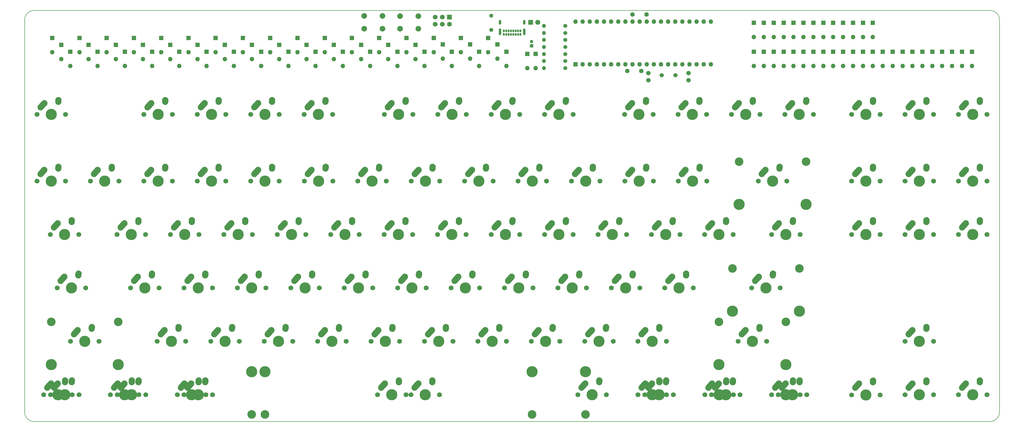
<source format=gbs>
G04 #@! TF.GenerationSoftware,KiCad,Pcbnew,(5.1.9)-1*
G04 #@! TF.CreationDate,2021-01-28T16:01:25-05:00*
G04 #@! TF.ProjectId,Alpsterium-pcb,416c7073-7465-4726-9975-6d2d7063622e,rev?*
G04 #@! TF.SameCoordinates,Original*
G04 #@! TF.FileFunction,Soldermask,Bot*
G04 #@! TF.FilePolarity,Negative*
%FSLAX46Y46*%
G04 Gerber Fmt 4.6, Leading zero omitted, Abs format (unit mm)*
G04 Created by KiCad (PCBNEW (5.1.9)-1) date 2021-01-28 16:01:25*
%MOMM*%
%LPD*%
G01*
G04 APERTURE LIST*
G04 #@! TA.AperFunction,Profile*
%ADD10C,0.150000*%
G04 #@! TD*
%ADD11C,1.750000*%
%ADD12C,2.250000*%
%ADD13C,3.987800*%
%ADD14C,3.048000*%
%ADD15O,1.600000X1.600000*%
%ADD16R,1.600000X1.600000*%
%ADD17C,1.500000*%
%ADD18O,0.650000X1.000000*%
%ADD19O,0.900000X2.400000*%
%ADD20O,0.900000X1.700000*%
%ADD21C,2.000000*%
%ADD22C,1.400000*%
%ADD23O,1.400000X1.400000*%
%ADD24C,1.800000*%
%ADD25R,1.800000X1.800000*%
%ADD26R,1.700000X1.700000*%
%ADD27C,1.700000*%
%ADD28C,1.600000*%
%ADD29R,1.200000X1.200000*%
%ADD30C,1.200000*%
G04 APERTURE END LIST*
D10*
X384809999Y-198619941D02*
G75*
G02*
X381505940Y-201930000I-3307059J-3000D01*
G01*
X381499941Y-55313501D02*
G75*
G02*
X384810000Y-58617560I3000J-3307059D01*
G01*
X37147501Y-58623559D02*
G75*
G02*
X40451560Y-55313500I3307059J3000D01*
G01*
X40457559Y-201929999D02*
G75*
G02*
X37147500Y-198625940I-3000J3307059D01*
G01*
X384810000Y-58617560D02*
X384809999Y-198619941D01*
X381505940Y-201930000D02*
X40457559Y-201929999D01*
X37147500Y-198625940D02*
X37147501Y-58623559D01*
X40451560Y-55313500D02*
X381499941Y-55313500D01*
D11*
X261366000Y-116205000D03*
X251206000Y-116205000D03*
D12*
X253786000Y-112205000D03*
D13*
X256286000Y-116205000D03*
G36*
G01*
X251724688Y-114502350D02*
X251724683Y-114502345D01*
G75*
G02*
X251638655Y-112913683I751317J837345D01*
G01*
X252948657Y-111453683D01*
G75*
G02*
X254537319Y-111367655I837345J-751317D01*
G01*
X254537319Y-111367655D01*
G75*
G02*
X254623347Y-112956317I-751317J-837345D01*
G01*
X253313345Y-114416317D01*
G75*
G02*
X251724683Y-114502345I-837345J751317D01*
G01*
G37*
D12*
X258826000Y-111125000D03*
G36*
G01*
X258709483Y-112827395D02*
X258708597Y-112827334D01*
G75*
G02*
X257663666Y-111627597I77403J1122334D01*
G01*
X257703666Y-111047597D01*
G75*
G02*
X258903403Y-110002666I1122334J-77403D01*
G01*
X258903403Y-110002666D01*
G75*
G02*
X259948334Y-111202403I-77403J-1122334D01*
G01*
X259908334Y-111782403D01*
G75*
G02*
X258708597Y-112827334I-1122334J77403D01*
G01*
G37*
D11*
X318434720Y-92389960D03*
X308274720Y-92389960D03*
D12*
X310854720Y-88389960D03*
D13*
X313354720Y-92389960D03*
G36*
G01*
X308793408Y-90687310D02*
X308793403Y-90687305D01*
G75*
G02*
X308707375Y-89098643I751317J837345D01*
G01*
X310017377Y-87638643D01*
G75*
G02*
X311606039Y-87552615I837345J-751317D01*
G01*
X311606039Y-87552615D01*
G75*
G02*
X311692067Y-89141277I-751317J-837345D01*
G01*
X310382065Y-90601277D01*
G75*
G02*
X308793403Y-90687305I-837345J751317D01*
G01*
G37*
D12*
X315894720Y-87309960D03*
G36*
G01*
X315778203Y-89012355D02*
X315777317Y-89012294D01*
G75*
G02*
X314732386Y-87812557I77403J1122334D01*
G01*
X314772386Y-87232557D01*
G75*
G02*
X315972123Y-86187626I1122334J-77403D01*
G01*
X315972123Y-86187626D01*
G75*
G02*
X317017054Y-87387363I-77403J-1122334D01*
G01*
X316977054Y-87967363D01*
G75*
G02*
X315777317Y-89012294I-1122334J77403D01*
G01*
G37*
D11*
X342270080Y-92400120D03*
X332110080Y-92400120D03*
D12*
X334690080Y-88400120D03*
D13*
X337190080Y-92400120D03*
G36*
G01*
X332628768Y-90697470D02*
X332628763Y-90697465D01*
G75*
G02*
X332542735Y-89108803I751317J837345D01*
G01*
X333852737Y-87648803D01*
G75*
G02*
X335441399Y-87562775I837345J-751317D01*
G01*
X335441399Y-87562775D01*
G75*
G02*
X335527427Y-89151437I-751317J-837345D01*
G01*
X334217425Y-90611437D01*
G75*
G02*
X332628763Y-90697465I-837345J751317D01*
G01*
G37*
D12*
X339730080Y-87320120D03*
G36*
G01*
X339613563Y-89022515D02*
X339612677Y-89022454D01*
G75*
G02*
X338567746Y-87822717I77403J1122334D01*
G01*
X338607746Y-87242717D01*
G75*
G02*
X339807483Y-86197786I1122334J-77403D01*
G01*
X339807483Y-86197786D01*
G75*
G02*
X340852414Y-87397523I-77403J-1122334D01*
G01*
X340812414Y-87977523D01*
G75*
G02*
X339612677Y-89022454I-1122334J77403D01*
G01*
G37*
D11*
X51755040Y-92400120D03*
X41595040Y-92400120D03*
D12*
X44175040Y-88400120D03*
D13*
X46675040Y-92400120D03*
G36*
G01*
X42113728Y-90697470D02*
X42113723Y-90697465D01*
G75*
G02*
X42027695Y-89108803I751317J837345D01*
G01*
X43337697Y-87648803D01*
G75*
G02*
X44926359Y-87562775I837345J-751317D01*
G01*
X44926359Y-87562775D01*
G75*
G02*
X45012387Y-89151437I-751317J-837345D01*
G01*
X43702385Y-90611437D01*
G75*
G02*
X42113723Y-90697465I-837345J751317D01*
G01*
G37*
D12*
X49215040Y-87320120D03*
G36*
G01*
X49098523Y-89022515D02*
X49097637Y-89022454D01*
G75*
G02*
X48052706Y-87822717I77403J1122334D01*
G01*
X48092706Y-87242717D01*
G75*
G02*
X49292443Y-86197786I1122334J-77403D01*
G01*
X49292443Y-86197786D01*
G75*
G02*
X50337374Y-87397523I-77403J-1122334D01*
G01*
X50297374Y-87977523D01*
G75*
G02*
X49097637Y-89022454I-1122334J77403D01*
G01*
G37*
G36*
G01*
X306268443Y-112812155D02*
X306267557Y-112812094D01*
G75*
G02*
X305222626Y-111612357I77403J1122334D01*
G01*
X305262626Y-111032357D01*
G75*
G02*
X306462363Y-109987426I1122334J-77403D01*
G01*
X306462363Y-109987426D01*
G75*
G02*
X307507294Y-111187163I-77403J-1122334D01*
G01*
X307467294Y-111767163D01*
G75*
G02*
X306267557Y-112812094I-1122334J77403D01*
G01*
G37*
X306384960Y-111109760D03*
G36*
G01*
X299283648Y-114487110D02*
X299283643Y-114487105D01*
G75*
G02*
X299197615Y-112898443I751317J837345D01*
G01*
X300507617Y-111438443D01*
G75*
G02*
X302096279Y-111352415I837345J-751317D01*
G01*
X302096279Y-111352415D01*
G75*
G02*
X302182307Y-112941077I-751317J-837345D01*
G01*
X300872305Y-114401077D01*
G75*
G02*
X299283643Y-114487105I-837345J751317D01*
G01*
G37*
D13*
X303844960Y-116189760D03*
D12*
X301344960Y-112189760D03*
D11*
X298764960Y-116189760D03*
X308924960Y-116189760D03*
D14*
X291906960Y-109204760D03*
X315782960Y-109204760D03*
D13*
X291906960Y-124444760D03*
X315782960Y-124444760D03*
D11*
X342244680Y-116199920D03*
X332084680Y-116199920D03*
D12*
X334664680Y-112199920D03*
D13*
X337164680Y-116199920D03*
G36*
G01*
X332603368Y-114497270D02*
X332603363Y-114497265D01*
G75*
G02*
X332517335Y-112908603I751317J837345D01*
G01*
X333827337Y-111448603D01*
G75*
G02*
X335415999Y-111362575I837345J-751317D01*
G01*
X335415999Y-111362575D01*
G75*
G02*
X335502027Y-112951237I-751317J-837345D01*
G01*
X334192025Y-114411237D01*
G75*
G02*
X332603363Y-114497265I-837345J751317D01*
G01*
G37*
D12*
X339704680Y-111119920D03*
G36*
G01*
X339588163Y-112822315D02*
X339587277Y-112822254D01*
G75*
G02*
X338542346Y-111622517I77403J1122334D01*
G01*
X338582346Y-111042517D01*
G75*
G02*
X339782083Y-109997586I1122334J-77403D01*
G01*
X339782083Y-109997586D01*
G75*
G02*
X340827014Y-111197323I-77403J-1122334D01*
G01*
X340787014Y-111777323D01*
G75*
G02*
X339587277Y-112822254I-1122334J77403D01*
G01*
G37*
D11*
X213674960Y-135255000D03*
X203514960Y-135255000D03*
D12*
X206094960Y-131255000D03*
D13*
X208594960Y-135255000D03*
G36*
G01*
X204033648Y-133552350D02*
X204033643Y-133552345D01*
G75*
G02*
X203947615Y-131963683I751317J837345D01*
G01*
X205257617Y-130503683D01*
G75*
G02*
X206846279Y-130417655I837345J-751317D01*
G01*
X206846279Y-130417655D01*
G75*
G02*
X206932307Y-132006317I-751317J-837345D01*
G01*
X205622305Y-133466317D01*
G75*
G02*
X204033643Y-133552345I-837345J751317D01*
G01*
G37*
D12*
X211134960Y-130175000D03*
G36*
G01*
X211018443Y-131877395D02*
X211017557Y-131877334D01*
G75*
G02*
X209972626Y-130677597I77403J1122334D01*
G01*
X210012626Y-130097597D01*
G75*
G02*
X211212363Y-129052666I1122334J-77403D01*
G01*
X211212363Y-129052666D01*
G75*
G02*
X212257294Y-130252403I-77403J-1122334D01*
G01*
X212217294Y-130832403D01*
G75*
G02*
X211017557Y-131877334I-1122334J77403D01*
G01*
G37*
D11*
X361315000Y-92400120D03*
X351155000Y-92400120D03*
D12*
X353735000Y-88400120D03*
D13*
X356235000Y-92400120D03*
G36*
G01*
X351673688Y-90697470D02*
X351673683Y-90697465D01*
G75*
G02*
X351587655Y-89108803I751317J837345D01*
G01*
X352897657Y-87648803D01*
G75*
G02*
X354486319Y-87562775I837345J-751317D01*
G01*
X354486319Y-87562775D01*
G75*
G02*
X354572347Y-89151437I-751317J-837345D01*
G01*
X353262345Y-90611437D01*
G75*
G02*
X351673683Y-90697465I-837345J751317D01*
G01*
G37*
D12*
X358775000Y-87320120D03*
G36*
G01*
X358658483Y-89022515D02*
X358657597Y-89022454D01*
G75*
G02*
X357612666Y-87822717I77403J1122334D01*
G01*
X357652666Y-87242717D01*
G75*
G02*
X358852403Y-86197786I1122334J-77403D01*
G01*
X358852403Y-86197786D01*
G75*
G02*
X359897334Y-87397523I-77403J-1122334D01*
G01*
X359857334Y-87977523D01*
G75*
G02*
X358657597Y-89022454I-1122334J77403D01*
G01*
G37*
D11*
X342254840Y-135244840D03*
X332094840Y-135244840D03*
D12*
X334674840Y-131244840D03*
D13*
X337174840Y-135244840D03*
G36*
G01*
X332613528Y-133542190D02*
X332613523Y-133542185D01*
G75*
G02*
X332527495Y-131953523I751317J837345D01*
G01*
X333837497Y-130493523D01*
G75*
G02*
X335426159Y-130407495I837345J-751317D01*
G01*
X335426159Y-130407495D01*
G75*
G02*
X335512187Y-131996157I-751317J-837345D01*
G01*
X334202185Y-133456157D01*
G75*
G02*
X332613523Y-133542185I-837345J751317D01*
G01*
G37*
D12*
X339714840Y-130164840D03*
G36*
G01*
X339598323Y-131867235D02*
X339597437Y-131867174D01*
G75*
G02*
X338552506Y-130667437I77403J1122334D01*
G01*
X338592506Y-130087437D01*
G75*
G02*
X339792243Y-129042506I1122334J-77403D01*
G01*
X339792243Y-129042506D01*
G75*
G02*
X340837174Y-130242243I-77403J-1122334D01*
G01*
X340797174Y-130822243D01*
G75*
G02*
X339597437Y-131867174I-1122334J77403D01*
G01*
G37*
D11*
X270824960Y-135260080D03*
X260664960Y-135260080D03*
D12*
X263244960Y-131260080D03*
D13*
X265744960Y-135260080D03*
G36*
G01*
X261183648Y-133557430D02*
X261183643Y-133557425D01*
G75*
G02*
X261097615Y-131968763I751317J837345D01*
G01*
X262407617Y-130508763D01*
G75*
G02*
X263996279Y-130422735I837345J-751317D01*
G01*
X263996279Y-130422735D01*
G75*
G02*
X264082307Y-132011397I-751317J-837345D01*
G01*
X262772305Y-133471397D01*
G75*
G02*
X261183643Y-133557425I-837345J751317D01*
G01*
G37*
D12*
X268284960Y-130180080D03*
G36*
G01*
X268168443Y-131882475D02*
X268167557Y-131882414D01*
G75*
G02*
X267122626Y-130682677I77403J1122334D01*
G01*
X267162626Y-130102677D01*
G75*
G02*
X268362363Y-129057746I1122334J-77403D01*
G01*
X268362363Y-129057746D01*
G75*
G02*
X269407294Y-130257483I-77403J-1122334D01*
G01*
X269367294Y-130837483D01*
G75*
G02*
X268167557Y-131882414I-1122334J77403D01*
G01*
G37*
D11*
X223276160Y-116199920D03*
X213116160Y-116199920D03*
D12*
X215696160Y-112199920D03*
D13*
X218196160Y-116199920D03*
G36*
G01*
X213634848Y-114497270D02*
X213634843Y-114497265D01*
G75*
G02*
X213548815Y-112908603I751317J837345D01*
G01*
X214858817Y-111448603D01*
G75*
G02*
X216447479Y-111362575I837345J-751317D01*
G01*
X216447479Y-111362575D01*
G75*
G02*
X216533507Y-112951237I-751317J-837345D01*
G01*
X215223505Y-114411237D01*
G75*
G02*
X213634843Y-114497265I-837345J751317D01*
G01*
G37*
D12*
X220736160Y-111119920D03*
G36*
G01*
X220619643Y-112822315D02*
X220618757Y-112822254D01*
G75*
G02*
X219573826Y-111622517I77403J1122334D01*
G01*
X219613826Y-111042517D01*
G75*
G02*
X220813563Y-109997586I1122334J-77403D01*
G01*
X220813563Y-109997586D01*
G75*
G02*
X221858494Y-111197323I-77403J-1122334D01*
G01*
X221818494Y-111777323D01*
G75*
G02*
X220618757Y-112822254I-1122334J77403D01*
G01*
G37*
D11*
X199379840Y-154310080D03*
X189219840Y-154310080D03*
D12*
X191799840Y-150310080D03*
D13*
X194299840Y-154310080D03*
G36*
G01*
X189738528Y-152607430D02*
X189738523Y-152607425D01*
G75*
G02*
X189652495Y-151018763I751317J837345D01*
G01*
X190962497Y-149558763D01*
G75*
G02*
X192551159Y-149472735I837345J-751317D01*
G01*
X192551159Y-149472735D01*
G75*
G02*
X192637187Y-151061397I-751317J-837345D01*
G01*
X191327185Y-152521397D01*
G75*
G02*
X189738523Y-152607425I-837345J751317D01*
G01*
G37*
D12*
X196839840Y-149230080D03*
G36*
G01*
X196723323Y-150932475D02*
X196722437Y-150932414D01*
G75*
G02*
X195677506Y-149732677I77403J1122334D01*
G01*
X195717506Y-149152677D01*
G75*
G02*
X196917243Y-148107746I1122334J-77403D01*
G01*
X196917243Y-148107746D01*
G75*
G02*
X197962174Y-149307483I-77403J-1122334D01*
G01*
X197922174Y-149887483D01*
G75*
G02*
X196722437Y-150932414I-1122334J77403D01*
G01*
G37*
D11*
X175549560Y-135249920D03*
X165389560Y-135249920D03*
D12*
X167969560Y-131249920D03*
D13*
X170469560Y-135249920D03*
G36*
G01*
X165908248Y-133547270D02*
X165908243Y-133547265D01*
G75*
G02*
X165822215Y-131958603I751317J837345D01*
G01*
X167132217Y-130498603D01*
G75*
G02*
X168720879Y-130412575I837345J-751317D01*
G01*
X168720879Y-130412575D01*
G75*
G02*
X168806907Y-132001237I-751317J-837345D01*
G01*
X167496905Y-133461237D01*
G75*
G02*
X165908243Y-133547265I-837345J751317D01*
G01*
G37*
D12*
X173009560Y-130169920D03*
G36*
G01*
X172893043Y-131872315D02*
X172892157Y-131872254D01*
G75*
G02*
X171847226Y-130672517I77403J1122334D01*
G01*
X171887226Y-130092517D01*
G75*
G02*
X173086963Y-129047586I1122334J-77403D01*
G01*
X173086963Y-129047586D01*
G75*
G02*
X174131894Y-130247323I-77403J-1122334D01*
G01*
X174091894Y-130827323D01*
G75*
G02*
X172892157Y-131872254I-1122334J77403D01*
G01*
G37*
D11*
X180334920Y-154315160D03*
X170174920Y-154315160D03*
D12*
X172754920Y-150315160D03*
D13*
X175254920Y-154315160D03*
G36*
G01*
X170693608Y-152612510D02*
X170693603Y-152612505D01*
G75*
G02*
X170607575Y-151023843I751317J837345D01*
G01*
X171917577Y-149563843D01*
G75*
G02*
X173506239Y-149477815I837345J-751317D01*
G01*
X173506239Y-149477815D01*
G75*
G02*
X173592267Y-151066477I-751317J-837345D01*
G01*
X172282265Y-152526477D01*
G75*
G02*
X170693603Y-152612505I-837345J751317D01*
G01*
G37*
D12*
X177794920Y-149235160D03*
G36*
G01*
X177678403Y-150937555D02*
X177677517Y-150937494D01*
G75*
G02*
X176632586Y-149737757I77403J1122334D01*
G01*
X176672586Y-149157757D01*
G75*
G02*
X177872323Y-148112826I1122334J-77403D01*
G01*
X177872323Y-148112826D01*
G75*
G02*
X178917254Y-149312563I-77403J-1122334D01*
G01*
X178877254Y-149892563D01*
G75*
G02*
X177677517Y-150937494I-1122334J77403D01*
G01*
G37*
D11*
X146999960Y-92379800D03*
X136839960Y-92379800D03*
D12*
X139419960Y-88379800D03*
D13*
X141919960Y-92379800D03*
G36*
G01*
X137358648Y-90677150D02*
X137358643Y-90677145D01*
G75*
G02*
X137272615Y-89088483I751317J837345D01*
G01*
X138582617Y-87628483D01*
G75*
G02*
X140171279Y-87542455I837345J-751317D01*
G01*
X140171279Y-87542455D01*
G75*
G02*
X140257307Y-89131117I-751317J-837345D01*
G01*
X138947305Y-90591117D01*
G75*
G02*
X137358643Y-90677145I-837345J751317D01*
G01*
G37*
D12*
X144459960Y-87299800D03*
G36*
G01*
X144343443Y-89002195D02*
X144342557Y-89002134D01*
G75*
G02*
X143297626Y-87802397I77403J1122334D01*
G01*
X143337626Y-87222397D01*
G75*
G02*
X144537363Y-86177466I1122334J-77403D01*
G01*
X144537363Y-86177466D01*
G75*
G02*
X145582294Y-87377203I-77403J-1122334D01*
G01*
X145542294Y-87957203D01*
G75*
G02*
X144342557Y-89002134I-1122334J77403D01*
G01*
G37*
D11*
X113685320Y-173344840D03*
X103525320Y-173344840D03*
D12*
X106105320Y-169344840D03*
D13*
X108605320Y-173344840D03*
G36*
G01*
X104044008Y-171642190D02*
X104044003Y-171642185D01*
G75*
G02*
X103957975Y-170053523I751317J837345D01*
G01*
X105267977Y-168593523D01*
G75*
G02*
X106856639Y-168507495I837345J-751317D01*
G01*
X106856639Y-168507495D01*
G75*
G02*
X106942667Y-170096157I-751317J-837345D01*
G01*
X105632665Y-171556157D01*
G75*
G02*
X104044003Y-171642185I-837345J751317D01*
G01*
G37*
D12*
X111145320Y-168264840D03*
G36*
G01*
X111028803Y-169967235D02*
X111027917Y-169967174D01*
G75*
G02*
X109982986Y-168767437I77403J1122334D01*
G01*
X110022986Y-168187437D01*
G75*
G02*
X111222723Y-167142506I1122334J-77403D01*
G01*
X111222723Y-167142506D01*
G75*
G02*
X112267654Y-168342243I-77403J-1122334D01*
G01*
X112227654Y-168922243D01*
G75*
G02*
X111027917Y-169967174I-1122334J77403D01*
G01*
G37*
D11*
X89844880Y-116194840D03*
X79684880Y-116194840D03*
D12*
X82264880Y-112194840D03*
D13*
X84764880Y-116194840D03*
G36*
G01*
X80203568Y-114492190D02*
X80203563Y-114492185D01*
G75*
G02*
X80117535Y-112903523I751317J837345D01*
G01*
X81427537Y-111443523D01*
G75*
G02*
X83016199Y-111357495I837345J-751317D01*
G01*
X83016199Y-111357495D01*
G75*
G02*
X83102227Y-112946157I-751317J-837345D01*
G01*
X81792225Y-114406157D01*
G75*
G02*
X80203563Y-114492185I-837345J751317D01*
G01*
G37*
D12*
X87304880Y-111114840D03*
G36*
G01*
X87188363Y-112817235D02*
X87187477Y-112817174D01*
G75*
G02*
X86142546Y-111617437I77403J1122334D01*
G01*
X86182546Y-111037437D01*
G75*
G02*
X87382283Y-109992506I1122334J-77403D01*
G01*
X87382283Y-109992506D01*
G75*
G02*
X88427214Y-111192243I-77403J-1122334D01*
G01*
X88387214Y-111772243D01*
G75*
G02*
X87187477Y-112817174I-1122334J77403D01*
G01*
G37*
D11*
X80294480Y-135255000D03*
X70134480Y-135255000D03*
D12*
X72714480Y-131255000D03*
D13*
X75214480Y-135255000D03*
G36*
G01*
X70653168Y-133552350D02*
X70653163Y-133552345D01*
G75*
G02*
X70567135Y-131963683I751317J837345D01*
G01*
X71877137Y-130503683D01*
G75*
G02*
X73465799Y-130417655I837345J-751317D01*
G01*
X73465799Y-130417655D01*
G75*
G02*
X73551827Y-132006317I-751317J-837345D01*
G01*
X72241825Y-133466317D01*
G75*
G02*
X70653163Y-133552345I-837345J751317D01*
G01*
G37*
D12*
X77754480Y-130175000D03*
G36*
G01*
X77637963Y-131877395D02*
X77637077Y-131877334D01*
G75*
G02*
X76592146Y-130677597I77403J1122334D01*
G01*
X76632146Y-130097597D01*
G75*
G02*
X77831883Y-129052666I1122334J-77403D01*
G01*
X77831883Y-129052666D01*
G75*
G02*
X78876814Y-130252403I-77403J-1122334D01*
G01*
X78836814Y-130832403D01*
G75*
G02*
X77637077Y-131877334I-1122334J77403D01*
G01*
G37*
D11*
X94625160Y-173344840D03*
X84465160Y-173344840D03*
D12*
X87045160Y-169344840D03*
D13*
X89545160Y-173344840D03*
G36*
G01*
X84983848Y-171642190D02*
X84983843Y-171642185D01*
G75*
G02*
X84897815Y-170053523I751317J837345D01*
G01*
X86207817Y-168593523D01*
G75*
G02*
X87796479Y-168507495I837345J-751317D01*
G01*
X87796479Y-168507495D01*
G75*
G02*
X87882507Y-170096157I-751317J-837345D01*
G01*
X86572505Y-171556157D01*
G75*
G02*
X84983843Y-171642185I-837345J751317D01*
G01*
G37*
D12*
X92085160Y-168264840D03*
G36*
G01*
X91968643Y-169967235D02*
X91967757Y-169967174D01*
G75*
G02*
X90922826Y-168767437I77403J1122334D01*
G01*
X90962826Y-168187437D01*
G75*
G02*
X92162563Y-167142506I1122334J-77403D01*
G01*
X92162563Y-167142506D01*
G75*
G02*
X93207494Y-168342243I-77403J-1122334D01*
G01*
X93167494Y-168922243D01*
G75*
G02*
X91967757Y-169967174I-1122334J77403D01*
G01*
G37*
D11*
X380365000Y-192410080D03*
X370205000Y-192410080D03*
D12*
X372785000Y-188410080D03*
D13*
X375285000Y-192410080D03*
G36*
G01*
X370723688Y-190707430D02*
X370723683Y-190707425D01*
G75*
G02*
X370637655Y-189118763I751317J837345D01*
G01*
X371947657Y-187658763D01*
G75*
G02*
X373536319Y-187572735I837345J-751317D01*
G01*
X373536319Y-187572735D01*
G75*
G02*
X373622347Y-189161397I-751317J-837345D01*
G01*
X372312345Y-190621397D01*
G75*
G02*
X370723683Y-190707425I-837345J751317D01*
G01*
G37*
D12*
X377825000Y-187330080D03*
G36*
G01*
X377708483Y-189032475D02*
X377707597Y-189032414D01*
G75*
G02*
X376662666Y-187832677I77403J1122334D01*
G01*
X376702666Y-187252677D01*
G75*
G02*
X377902403Y-186207746I1122334J-77403D01*
G01*
X377902403Y-186207746D01*
G75*
G02*
X378947334Y-187407483I-77403J-1122334D01*
G01*
X378907334Y-187987483D01*
G75*
G02*
X377707597Y-189032414I-1122334J77403D01*
G01*
G37*
D11*
X361309920Y-192415160D03*
X351149920Y-192415160D03*
D12*
X353729920Y-188415160D03*
D13*
X356229920Y-192415160D03*
G36*
G01*
X351668608Y-190712510D02*
X351668603Y-190712505D01*
G75*
G02*
X351582575Y-189123843I751317J837345D01*
G01*
X352892577Y-187663843D01*
G75*
G02*
X354481239Y-187577815I837345J-751317D01*
G01*
X354481239Y-187577815D01*
G75*
G02*
X354567267Y-189166477I-751317J-837345D01*
G01*
X353257265Y-190626477D01*
G75*
G02*
X351668603Y-190712505I-837345J751317D01*
G01*
G37*
D12*
X358769920Y-187335160D03*
G36*
G01*
X358653403Y-189037555D02*
X358652517Y-189037494D01*
G75*
G02*
X357607586Y-187837757I77403J1122334D01*
G01*
X357647586Y-187257757D01*
G75*
G02*
X358847323Y-186212826I1122334J-77403D01*
G01*
X358847323Y-186212826D01*
G75*
G02*
X359892254Y-187412563I-77403J-1122334D01*
G01*
X359852254Y-187992563D01*
G75*
G02*
X358652517Y-189037494I-1122334J77403D01*
G01*
G37*
D11*
X342270080Y-192425320D03*
X332110080Y-192425320D03*
D12*
X334690080Y-188425320D03*
D13*
X337190080Y-192425320D03*
G36*
G01*
X332628768Y-190722670D02*
X332628763Y-190722665D01*
G75*
G02*
X332542735Y-189134003I751317J837345D01*
G01*
X333852737Y-187674003D01*
G75*
G02*
X335441399Y-187587975I837345J-751317D01*
G01*
X335441399Y-187587975D01*
G75*
G02*
X335527427Y-189176637I-751317J-837345D01*
G01*
X334217425Y-190636637D01*
G75*
G02*
X332628763Y-190722665I-837345J751317D01*
G01*
G37*
D12*
X339730080Y-187345320D03*
G36*
G01*
X339613563Y-189047715D02*
X339612677Y-189047654D01*
G75*
G02*
X338567746Y-187847917I77403J1122334D01*
G01*
X338607746Y-187267917D01*
G75*
G02*
X339807483Y-186222986I1122334J-77403D01*
G01*
X339807483Y-186222986D01*
G75*
G02*
X340852414Y-187422723I-77403J-1122334D01*
G01*
X340812414Y-188002723D01*
G75*
G02*
X339612677Y-189047654I-1122334J77403D01*
G01*
G37*
D11*
X289895280Y-192415160D03*
X279735280Y-192415160D03*
D12*
X282315280Y-188415160D03*
D13*
X284815280Y-192415160D03*
G36*
G01*
X280253968Y-190712510D02*
X280253963Y-190712505D01*
G75*
G02*
X280167935Y-189123843I751317J837345D01*
G01*
X281477937Y-187663843D01*
G75*
G02*
X283066599Y-187577815I837345J-751317D01*
G01*
X283066599Y-187577815D01*
G75*
G02*
X283152627Y-189166477I-751317J-837345D01*
G01*
X281842625Y-190626477D01*
G75*
G02*
X280253963Y-190712505I-837345J751317D01*
G01*
G37*
D12*
X287355280Y-187335160D03*
G36*
G01*
X287238763Y-189037555D02*
X287237877Y-189037494D01*
G75*
G02*
X286192946Y-187837757I77403J1122334D01*
G01*
X286232946Y-187257757D01*
G75*
G02*
X287432683Y-186212826I1122334J-77403D01*
G01*
X287432683Y-186212826D01*
G75*
G02*
X288477614Y-187412563I-77403J-1122334D01*
G01*
X288437614Y-187992563D01*
G75*
G02*
X287237877Y-189037494I-1122334J77403D01*
G01*
G37*
D11*
X185120280Y-192405000D03*
X174960280Y-192405000D03*
D12*
X177540280Y-188405000D03*
D13*
X180040280Y-192405000D03*
G36*
G01*
X175478968Y-190702350D02*
X175478963Y-190702345D01*
G75*
G02*
X175392935Y-189113683I751317J837345D01*
G01*
X176702937Y-187653683D01*
G75*
G02*
X178291599Y-187567655I837345J-751317D01*
G01*
X178291599Y-187567655D01*
G75*
G02*
X178377627Y-189156317I-751317J-837345D01*
G01*
X177067625Y-190616317D01*
G75*
G02*
X175478963Y-190702345I-837345J751317D01*
G01*
G37*
D12*
X182580280Y-187325000D03*
G36*
G01*
X182463763Y-189027395D02*
X182462877Y-189027334D01*
G75*
G02*
X181417946Y-187827597I77403J1122334D01*
G01*
X181457946Y-187247597D01*
G75*
G02*
X182657683Y-186202666I1122334J-77403D01*
G01*
X182657683Y-186202666D01*
G75*
G02*
X183702614Y-187402403I-77403J-1122334D01*
G01*
X183662614Y-187982403D01*
G75*
G02*
X182462877Y-189027334I-1122334J77403D01*
G01*
G37*
D11*
X173197520Y-192415160D03*
X163037520Y-192415160D03*
D12*
X165617520Y-188415160D03*
D13*
X168117520Y-192415160D03*
G36*
G01*
X163556208Y-190712510D02*
X163556203Y-190712505D01*
G75*
G02*
X163470175Y-189123843I751317J837345D01*
G01*
X164780177Y-187663843D01*
G75*
G02*
X166368839Y-187577815I837345J-751317D01*
G01*
X166368839Y-187577815D01*
G75*
G02*
X166454867Y-189166477I-751317J-837345D01*
G01*
X165144865Y-190626477D01*
G75*
G02*
X163556203Y-190712505I-837345J751317D01*
G01*
G37*
D12*
X170657520Y-187335160D03*
G36*
G01*
X170541003Y-189037555D02*
X170540117Y-189037494D01*
G75*
G02*
X169495186Y-187837757I77403J1122334D01*
G01*
X169535186Y-187257757D01*
G75*
G02*
X170734923Y-186212826I1122334J-77403D01*
G01*
X170734923Y-186212826D01*
G75*
G02*
X171779854Y-187412563I-77403J-1122334D01*
G01*
X171739854Y-187992563D01*
G75*
G02*
X170540117Y-189037494I-1122334J77403D01*
G01*
G37*
D11*
X80345280Y-192405000D03*
X70185280Y-192405000D03*
D12*
X72765280Y-188405000D03*
D13*
X75265280Y-192405000D03*
G36*
G01*
X70703968Y-190702350D02*
X70703963Y-190702345D01*
G75*
G02*
X70617935Y-189113683I751317J837345D01*
G01*
X71927937Y-187653683D01*
G75*
G02*
X73516599Y-187567655I837345J-751317D01*
G01*
X73516599Y-187567655D01*
G75*
G02*
X73602627Y-189156317I-751317J-837345D01*
G01*
X72292625Y-190616317D01*
G75*
G02*
X70703963Y-190702345I-837345J751317D01*
G01*
G37*
D12*
X77805280Y-187325000D03*
G36*
G01*
X77688763Y-189027395D02*
X77687877Y-189027334D01*
G75*
G02*
X76642946Y-187827597I77403J1122334D01*
G01*
X76682946Y-187247597D01*
G75*
G02*
X77882683Y-186202666I1122334J-77403D01*
G01*
X77882683Y-186202666D01*
G75*
G02*
X78927614Y-187402403I-77403J-1122334D01*
G01*
X78887614Y-187982403D01*
G75*
G02*
X77687877Y-189027334I-1122334J77403D01*
G01*
G37*
D11*
X361315000Y-173365160D03*
X351155000Y-173365160D03*
D12*
X353735000Y-169365160D03*
D13*
X356235000Y-173365160D03*
G36*
G01*
X351673688Y-171662510D02*
X351673683Y-171662505D01*
G75*
G02*
X351587655Y-170073843I751317J837345D01*
G01*
X352897657Y-168613843D01*
G75*
G02*
X354486319Y-168527815I837345J-751317D01*
G01*
X354486319Y-168527815D01*
G75*
G02*
X354572347Y-170116477I-751317J-837345D01*
G01*
X353262345Y-171576477D01*
G75*
G02*
X351673683Y-171662505I-837345J751317D01*
G01*
G37*
D12*
X358775000Y-168285160D03*
G36*
G01*
X358658483Y-169987555D02*
X358657597Y-169987494D01*
G75*
G02*
X357612666Y-168787757I77403J1122334D01*
G01*
X357652666Y-168207757D01*
G75*
G02*
X358852403Y-167162826I1122334J-77403D01*
G01*
X358852403Y-167162826D01*
G75*
G02*
X359897334Y-168362563I-77403J-1122334D01*
G01*
X359857334Y-168942563D01*
G75*
G02*
X358657597Y-169987494I-1122334J77403D01*
G01*
G37*
D11*
X170865800Y-173370240D03*
X160705800Y-173370240D03*
D12*
X163285800Y-169370240D03*
D13*
X165785800Y-173370240D03*
G36*
G01*
X161224488Y-171667590D02*
X161224483Y-171667585D01*
G75*
G02*
X161138455Y-170078923I751317J837345D01*
G01*
X162448457Y-168618923D01*
G75*
G02*
X164037119Y-168532895I837345J-751317D01*
G01*
X164037119Y-168532895D01*
G75*
G02*
X164123147Y-170121557I-751317J-837345D01*
G01*
X162813145Y-171581557D01*
G75*
G02*
X161224483Y-171667585I-837345J751317D01*
G01*
G37*
D12*
X168325800Y-168290240D03*
G36*
G01*
X168209283Y-169992635D02*
X168208397Y-169992574D01*
G75*
G02*
X167163466Y-168792837I77403J1122334D01*
G01*
X167203466Y-168212837D01*
G75*
G02*
X168403203Y-167167906I1122334J-77403D01*
G01*
X168403203Y-167167906D01*
G75*
G02*
X169448134Y-168367643I-77403J-1122334D01*
G01*
X169408134Y-168947643D01*
G75*
G02*
X168208397Y-169992574I-1122334J77403D01*
G01*
G37*
D11*
X266070080Y-173349920D03*
X255910080Y-173349920D03*
D12*
X258490080Y-169349920D03*
D13*
X260990080Y-173349920D03*
G36*
G01*
X256428768Y-171647270D02*
X256428763Y-171647265D01*
G75*
G02*
X256342735Y-170058603I751317J837345D01*
G01*
X257652737Y-168598603D01*
G75*
G02*
X259241399Y-168512575I837345J-751317D01*
G01*
X259241399Y-168512575D01*
G75*
G02*
X259327427Y-170101237I-751317J-837345D01*
G01*
X258017425Y-171561237D01*
G75*
G02*
X256428763Y-171647265I-837345J751317D01*
G01*
G37*
D12*
X263530080Y-168269920D03*
G36*
G01*
X263413563Y-169972315D02*
X263412677Y-169972254D01*
G75*
G02*
X262367746Y-168772517I77403J1122334D01*
G01*
X262407746Y-168192517D01*
G75*
G02*
X263607483Y-167147586I1122334J-77403D01*
G01*
X263607483Y-167147586D01*
G75*
G02*
X264652414Y-168347323I-77403J-1122334D01*
G01*
X264612414Y-168927323D01*
G75*
G02*
X263412677Y-169972254I-1122334J77403D01*
G01*
G37*
D11*
X247030240Y-173349920D03*
X236870240Y-173349920D03*
D12*
X239450240Y-169349920D03*
D13*
X241950240Y-173349920D03*
G36*
G01*
X237388928Y-171647270D02*
X237388923Y-171647265D01*
G75*
G02*
X237302895Y-170058603I751317J837345D01*
G01*
X238612897Y-168598603D01*
G75*
G02*
X240201559Y-168512575I837345J-751317D01*
G01*
X240201559Y-168512575D01*
G75*
G02*
X240287587Y-170101237I-751317J-837345D01*
G01*
X238977585Y-171561237D01*
G75*
G02*
X237388923Y-171647265I-837345J751317D01*
G01*
G37*
D12*
X244490240Y-168269920D03*
G36*
G01*
X244373723Y-169972315D02*
X244372837Y-169972254D01*
G75*
G02*
X243327906Y-168772517I77403J1122334D01*
G01*
X243367906Y-168192517D01*
G75*
G02*
X244567643Y-167147586I1122334J-77403D01*
G01*
X244567643Y-167147586D01*
G75*
G02*
X245612574Y-168347323I-77403J-1122334D01*
G01*
X245572574Y-168927323D01*
G75*
G02*
X244372837Y-169972254I-1122334J77403D01*
G01*
G37*
D11*
X228005640Y-173339760D03*
X217845640Y-173339760D03*
D12*
X220425640Y-169339760D03*
D13*
X222925640Y-173339760D03*
G36*
G01*
X218364328Y-171637110D02*
X218364323Y-171637105D01*
G75*
G02*
X218278295Y-170048443I751317J837345D01*
G01*
X219588297Y-168588443D01*
G75*
G02*
X221176959Y-168502415I837345J-751317D01*
G01*
X221176959Y-168502415D01*
G75*
G02*
X221262987Y-170091077I-751317J-837345D01*
G01*
X219952985Y-171551077D01*
G75*
G02*
X218364323Y-171637105I-837345J751317D01*
G01*
G37*
D12*
X225465640Y-168259760D03*
G36*
G01*
X225349123Y-169962155D02*
X225348237Y-169962094D01*
G75*
G02*
X224303306Y-168762357I77403J1122334D01*
G01*
X224343306Y-168182357D01*
G75*
G02*
X225543043Y-167137426I1122334J-77403D01*
G01*
X225543043Y-167137426D01*
G75*
G02*
X226587974Y-168337163I-77403J-1122334D01*
G01*
X226547974Y-168917163D01*
G75*
G02*
X225348237Y-169962094I-1122334J77403D01*
G01*
G37*
D11*
X209006440Y-173370240D03*
X198846440Y-173370240D03*
D12*
X201426440Y-169370240D03*
D13*
X203926440Y-173370240D03*
G36*
G01*
X199365128Y-171667590D02*
X199365123Y-171667585D01*
G75*
G02*
X199279095Y-170078923I751317J837345D01*
G01*
X200589097Y-168618923D01*
G75*
G02*
X202177759Y-168532895I837345J-751317D01*
G01*
X202177759Y-168532895D01*
G75*
G02*
X202263787Y-170121557I-751317J-837345D01*
G01*
X200953785Y-171581557D01*
G75*
G02*
X199365123Y-171667585I-837345J751317D01*
G01*
G37*
D12*
X206466440Y-168290240D03*
G36*
G01*
X206349923Y-169992635D02*
X206349037Y-169992574D01*
G75*
G02*
X205304106Y-168792837I77403J1122334D01*
G01*
X205344106Y-168212837D01*
G75*
G02*
X206543843Y-167167906I1122334J-77403D01*
G01*
X206543843Y-167167906D01*
G75*
G02*
X207588774Y-168367643I-77403J-1122334D01*
G01*
X207548774Y-168947643D01*
G75*
G02*
X206349037Y-169992574I-1122334J77403D01*
G01*
G37*
D11*
X189936120Y-173370240D03*
X179776120Y-173370240D03*
D12*
X182356120Y-169370240D03*
D13*
X184856120Y-173370240D03*
G36*
G01*
X180294808Y-171667590D02*
X180294803Y-171667585D01*
G75*
G02*
X180208775Y-170078923I751317J837345D01*
G01*
X181518777Y-168618923D01*
G75*
G02*
X183107439Y-168532895I837345J-751317D01*
G01*
X183107439Y-168532895D01*
G75*
G02*
X183193467Y-170121557I-751317J-837345D01*
G01*
X181883465Y-171581557D01*
G75*
G02*
X180294803Y-171667585I-837345J751317D01*
G01*
G37*
D12*
X187396120Y-168290240D03*
G36*
G01*
X187279603Y-169992635D02*
X187278717Y-169992574D01*
G75*
G02*
X186233786Y-168792837I77403J1122334D01*
G01*
X186273786Y-168212837D01*
G75*
G02*
X187473523Y-167167906I1122334J-77403D01*
G01*
X187473523Y-167167906D01*
G75*
G02*
X188518454Y-168367643I-77403J-1122334D01*
G01*
X188478454Y-168947643D01*
G75*
G02*
X187278717Y-169992574I-1122334J77403D01*
G01*
G37*
D11*
X151820880Y-173365160D03*
X141660880Y-173365160D03*
D12*
X144240880Y-169365160D03*
D13*
X146740880Y-173365160D03*
G36*
G01*
X142179568Y-171662510D02*
X142179563Y-171662505D01*
G75*
G02*
X142093535Y-170073843I751317J837345D01*
G01*
X143403537Y-168613843D01*
G75*
G02*
X144992199Y-168527815I837345J-751317D01*
G01*
X144992199Y-168527815D01*
G75*
G02*
X145078227Y-170116477I-751317J-837345D01*
G01*
X143768225Y-171576477D01*
G75*
G02*
X142179563Y-171662505I-837345J751317D01*
G01*
G37*
D12*
X149280880Y-168285160D03*
G36*
G01*
X149164363Y-169987555D02*
X149163477Y-169987494D01*
G75*
G02*
X148118546Y-168787757I77403J1122334D01*
G01*
X148158546Y-168207757D01*
G75*
G02*
X149358283Y-167162826I1122334J-77403D01*
G01*
X149358283Y-167162826D01*
G75*
G02*
X150403214Y-168362563I-77403J-1122334D01*
G01*
X150363214Y-168942563D01*
G75*
G02*
X149163477Y-169987494I-1122334J77403D01*
G01*
G37*
D11*
X132750560Y-173365160D03*
X122590560Y-173365160D03*
D12*
X125170560Y-169365160D03*
D13*
X127670560Y-173365160D03*
G36*
G01*
X123109248Y-171662510D02*
X123109243Y-171662505D01*
G75*
G02*
X123023215Y-170073843I751317J837345D01*
G01*
X124333217Y-168613843D01*
G75*
G02*
X125921879Y-168527815I837345J-751317D01*
G01*
X125921879Y-168527815D01*
G75*
G02*
X126007907Y-170116477I-751317J-837345D01*
G01*
X124697905Y-171576477D01*
G75*
G02*
X123109243Y-171662505I-837345J751317D01*
G01*
G37*
D12*
X130210560Y-168285160D03*
G36*
G01*
X130094043Y-169987555D02*
X130093157Y-169987494D01*
G75*
G02*
X129048226Y-168787757I77403J1122334D01*
G01*
X129088226Y-168207757D01*
G75*
G02*
X130287963Y-167162826I1122334J-77403D01*
G01*
X130287963Y-167162826D01*
G75*
G02*
X131332894Y-168362563I-77403J-1122334D01*
G01*
X131292894Y-168942563D01*
G75*
G02*
X130093157Y-169987494I-1122334J77403D01*
G01*
G37*
D11*
X85095080Y-154305000D03*
X74935080Y-154305000D03*
D12*
X77515080Y-150305000D03*
D13*
X80015080Y-154305000D03*
G36*
G01*
X75453768Y-152602350D02*
X75453763Y-152602345D01*
G75*
G02*
X75367735Y-151013683I751317J837345D01*
G01*
X76677737Y-149553683D01*
G75*
G02*
X78266399Y-149467655I837345J-751317D01*
G01*
X78266399Y-149467655D01*
G75*
G02*
X78352427Y-151056317I-751317J-837345D01*
G01*
X77042425Y-152516317D01*
G75*
G02*
X75453763Y-152602345I-837345J751317D01*
G01*
G37*
D12*
X82555080Y-149225000D03*
G36*
G01*
X82438563Y-150927395D02*
X82437677Y-150927334D01*
G75*
G02*
X81392746Y-149727597I77403J1122334D01*
G01*
X81432746Y-149147597D01*
G75*
G02*
X82632483Y-148102666I1122334J-77403D01*
G01*
X82632483Y-148102666D01*
G75*
G02*
X83677414Y-149302403I-77403J-1122334D01*
G01*
X83637414Y-149882403D01*
G75*
G02*
X82437677Y-150927334I-1122334J77403D01*
G01*
G37*
D11*
X104129840Y-154310080D03*
X93969840Y-154310080D03*
D12*
X96549840Y-150310080D03*
D13*
X99049840Y-154310080D03*
G36*
G01*
X94488528Y-152607430D02*
X94488523Y-152607425D01*
G75*
G02*
X94402495Y-151018763I751317J837345D01*
G01*
X95712497Y-149558763D01*
G75*
G02*
X97301159Y-149472735I837345J-751317D01*
G01*
X97301159Y-149472735D01*
G75*
G02*
X97387187Y-151061397I-751317J-837345D01*
G01*
X96077185Y-152521397D01*
G75*
G02*
X94488523Y-152607425I-837345J751317D01*
G01*
G37*
D12*
X101589840Y-149230080D03*
G36*
G01*
X101473323Y-150932475D02*
X101472437Y-150932414D01*
G75*
G02*
X100427506Y-149732677I77403J1122334D01*
G01*
X100467506Y-149152677D01*
G75*
G02*
X101667243Y-148107746I1122334J-77403D01*
G01*
X101667243Y-148107746D01*
G75*
G02*
X102712174Y-149307483I-77403J-1122334D01*
G01*
X102672174Y-149887483D01*
G75*
G02*
X101472437Y-150932414I-1122334J77403D01*
G01*
G37*
D11*
X123200160Y-154305000D03*
X113040160Y-154305000D03*
D12*
X115620160Y-150305000D03*
D13*
X118120160Y-154305000D03*
G36*
G01*
X113558848Y-152602350D02*
X113558843Y-152602345D01*
G75*
G02*
X113472815Y-151013683I751317J837345D01*
G01*
X114782817Y-149553683D01*
G75*
G02*
X116371479Y-149467655I837345J-751317D01*
G01*
X116371479Y-149467655D01*
G75*
G02*
X116457507Y-151056317I-751317J-837345D01*
G01*
X115147505Y-152516317D01*
G75*
G02*
X113558843Y-152602345I-837345J751317D01*
G01*
G37*
D12*
X120660160Y-149225000D03*
G36*
G01*
X120543643Y-150927395D02*
X120542757Y-150927334D01*
G75*
G02*
X119497826Y-149727597I77403J1122334D01*
G01*
X119537826Y-149147597D01*
G75*
G02*
X120737563Y-148102666I1122334J-77403D01*
G01*
X120737563Y-148102666D01*
G75*
G02*
X121782494Y-149302403I-77403J-1122334D01*
G01*
X121742494Y-149882403D01*
G75*
G02*
X120542757Y-150927334I-1122334J77403D01*
G01*
G37*
D11*
X142245080Y-154305000D03*
X132085080Y-154305000D03*
D12*
X134665080Y-150305000D03*
D13*
X137165080Y-154305000D03*
G36*
G01*
X132603768Y-152602350D02*
X132603763Y-152602345D01*
G75*
G02*
X132517735Y-151013683I751317J837345D01*
G01*
X133827737Y-149553683D01*
G75*
G02*
X135416399Y-149467655I837345J-751317D01*
G01*
X135416399Y-149467655D01*
G75*
G02*
X135502427Y-151056317I-751317J-837345D01*
G01*
X134192425Y-152516317D01*
G75*
G02*
X132603763Y-152602345I-837345J751317D01*
G01*
G37*
D12*
X139705080Y-149225000D03*
G36*
G01*
X139588563Y-150927395D02*
X139587677Y-150927334D01*
G75*
G02*
X138542746Y-149727597I77403J1122334D01*
G01*
X138582746Y-149147597D01*
G75*
G02*
X139782483Y-148102666I1122334J-77403D01*
G01*
X139782483Y-148102666D01*
G75*
G02*
X140827414Y-149302403I-77403J-1122334D01*
G01*
X140787414Y-149882403D01*
G75*
G02*
X139587677Y-150927334I-1122334J77403D01*
G01*
G37*
D11*
X161300160Y-154305000D03*
X151140160Y-154305000D03*
D12*
X153720160Y-150305000D03*
D13*
X156220160Y-154305000D03*
G36*
G01*
X151658848Y-152602350D02*
X151658843Y-152602345D01*
G75*
G02*
X151572815Y-151013683I751317J837345D01*
G01*
X152882817Y-149553683D01*
G75*
G02*
X154471479Y-149467655I837345J-751317D01*
G01*
X154471479Y-149467655D01*
G75*
G02*
X154557507Y-151056317I-751317J-837345D01*
G01*
X153247505Y-152516317D01*
G75*
G02*
X151658843Y-152602345I-837345J751317D01*
G01*
G37*
D12*
X158760160Y-149225000D03*
G36*
G01*
X158643643Y-150927395D02*
X158642757Y-150927334D01*
G75*
G02*
X157597826Y-149727597I77403J1122334D01*
G01*
X157637826Y-149147597D01*
G75*
G02*
X158837563Y-148102666I1122334J-77403D01*
G01*
X158837563Y-148102666D01*
G75*
G02*
X159882494Y-149302403I-77403J-1122334D01*
G01*
X159842494Y-149882403D01*
G75*
G02*
X158642757Y-150927334I-1122334J77403D01*
G01*
G37*
D11*
X218440000Y-154310080D03*
X208280000Y-154310080D03*
D12*
X210860000Y-150310080D03*
D13*
X213360000Y-154310080D03*
G36*
G01*
X208798688Y-152607430D02*
X208798683Y-152607425D01*
G75*
G02*
X208712655Y-151018763I751317J837345D01*
G01*
X210022657Y-149558763D01*
G75*
G02*
X211611319Y-149472735I837345J-751317D01*
G01*
X211611319Y-149472735D01*
G75*
G02*
X211697347Y-151061397I-751317J-837345D01*
G01*
X210387345Y-152521397D01*
G75*
G02*
X208798683Y-152607425I-837345J751317D01*
G01*
G37*
D12*
X215900000Y-149230080D03*
G36*
G01*
X215783483Y-150932475D02*
X215782597Y-150932414D01*
G75*
G02*
X214737666Y-149732677I77403J1122334D01*
G01*
X214777666Y-149152677D01*
G75*
G02*
X215977403Y-148107746I1122334J-77403D01*
G01*
X215977403Y-148107746D01*
G75*
G02*
X217022334Y-149307483I-77403J-1122334D01*
G01*
X216982334Y-149887483D01*
G75*
G02*
X215782597Y-150932414I-1122334J77403D01*
G01*
G37*
D11*
X237490000Y-154305000D03*
X227330000Y-154305000D03*
D12*
X229910000Y-150305000D03*
D13*
X232410000Y-154305000D03*
G36*
G01*
X227848688Y-152602350D02*
X227848683Y-152602345D01*
G75*
G02*
X227762655Y-151013683I751317J837345D01*
G01*
X229072657Y-149553683D01*
G75*
G02*
X230661319Y-149467655I837345J-751317D01*
G01*
X230661319Y-149467655D01*
G75*
G02*
X230747347Y-151056317I-751317J-837345D01*
G01*
X229437345Y-152516317D01*
G75*
G02*
X227848683Y-152602345I-837345J751317D01*
G01*
G37*
D12*
X234950000Y-149225000D03*
G36*
G01*
X234833483Y-150927395D02*
X234832597Y-150927334D01*
G75*
G02*
X233787666Y-149727597I77403J1122334D01*
G01*
X233827666Y-149147597D01*
G75*
G02*
X235027403Y-148102666I1122334J-77403D01*
G01*
X235027403Y-148102666D01*
G75*
G02*
X236072334Y-149302403I-77403J-1122334D01*
G01*
X236032334Y-149882403D01*
G75*
G02*
X234832597Y-150927334I-1122334J77403D01*
G01*
G37*
D11*
X256540000Y-154310080D03*
X246380000Y-154310080D03*
D12*
X248960000Y-150310080D03*
D13*
X251460000Y-154310080D03*
G36*
G01*
X246898688Y-152607430D02*
X246898683Y-152607425D01*
G75*
G02*
X246812655Y-151018763I751317J837345D01*
G01*
X248122657Y-149558763D01*
G75*
G02*
X249711319Y-149472735I837345J-751317D01*
G01*
X249711319Y-149472735D01*
G75*
G02*
X249797347Y-151061397I-751317J-837345D01*
G01*
X248487345Y-152521397D01*
G75*
G02*
X246898683Y-152607425I-837345J751317D01*
G01*
G37*
D12*
X254000000Y-149230080D03*
G36*
G01*
X253883483Y-150932475D02*
X253882597Y-150932414D01*
G75*
G02*
X252837666Y-149732677I77403J1122334D01*
G01*
X252877666Y-149152677D01*
G75*
G02*
X254077403Y-148107746I1122334J-77403D01*
G01*
X254077403Y-148107746D01*
G75*
G02*
X255122334Y-149307483I-77403J-1122334D01*
G01*
X255082334Y-149887483D01*
G75*
G02*
X253882597Y-150932414I-1122334J77403D01*
G01*
G37*
D11*
X275615400Y-154320240D03*
X265455400Y-154320240D03*
D12*
X268035400Y-150320240D03*
D13*
X270535400Y-154320240D03*
G36*
G01*
X265974088Y-152617590D02*
X265974083Y-152617585D01*
G75*
G02*
X265888055Y-151028923I751317J837345D01*
G01*
X267198057Y-149568923D01*
G75*
G02*
X268786719Y-149482895I837345J-751317D01*
G01*
X268786719Y-149482895D01*
G75*
G02*
X268872747Y-151071557I-751317J-837345D01*
G01*
X267562745Y-152531557D01*
G75*
G02*
X265974083Y-152617585I-837345J751317D01*
G01*
G37*
D12*
X273075400Y-149240240D03*
G36*
G01*
X272958883Y-150942635D02*
X272957997Y-150942574D01*
G75*
G02*
X271913066Y-149742837I77403J1122334D01*
G01*
X271953066Y-149162837D01*
G75*
G02*
X273152803Y-148117906I1122334J-77403D01*
G01*
X273152803Y-148117906D01*
G75*
G02*
X274197734Y-149317643I-77403J-1122334D01*
G01*
X274157734Y-149897643D01*
G75*
G02*
X272957997Y-150942574I-1122334J77403D01*
G01*
G37*
D11*
X380375160Y-135239760D03*
X370215160Y-135239760D03*
D12*
X372795160Y-131239760D03*
D13*
X375295160Y-135239760D03*
G36*
G01*
X370733848Y-133537110D02*
X370733843Y-133537105D01*
G75*
G02*
X370647815Y-131948443I751317J837345D01*
G01*
X371957817Y-130488443D01*
G75*
G02*
X373546479Y-130402415I837345J-751317D01*
G01*
X373546479Y-130402415D01*
G75*
G02*
X373632507Y-131991077I-751317J-837345D01*
G01*
X372322505Y-133451077D01*
G75*
G02*
X370733843Y-133537105I-837345J751317D01*
G01*
G37*
D12*
X377835160Y-130159760D03*
G36*
G01*
X377718643Y-131862155D02*
X377717757Y-131862094D01*
G75*
G02*
X376672826Y-130662357I77403J1122334D01*
G01*
X376712826Y-130082357D01*
G75*
G02*
X377912563Y-129037426I1122334J-77403D01*
G01*
X377912563Y-129037426D01*
G75*
G02*
X378957494Y-130237163I-77403J-1122334D01*
G01*
X378917494Y-130817163D01*
G75*
G02*
X377717757Y-131862094I-1122334J77403D01*
G01*
G37*
D11*
X361309920Y-135244840D03*
X351149920Y-135244840D03*
D12*
X353729920Y-131244840D03*
D13*
X356229920Y-135244840D03*
G36*
G01*
X351668608Y-133542190D02*
X351668603Y-133542185D01*
G75*
G02*
X351582575Y-131953523I751317J837345D01*
G01*
X352892577Y-130493523D01*
G75*
G02*
X354481239Y-130407495I837345J-751317D01*
G01*
X354481239Y-130407495D01*
G75*
G02*
X354567267Y-131996157I-751317J-837345D01*
G01*
X353257265Y-133456157D01*
G75*
G02*
X351668603Y-133542185I-837345J751317D01*
G01*
G37*
D12*
X358769920Y-130164840D03*
G36*
G01*
X358653403Y-131867235D02*
X358652517Y-131867174D01*
G75*
G02*
X357607586Y-130667437I77403J1122334D01*
G01*
X357647586Y-130087437D01*
G75*
G02*
X358847323Y-129042506I1122334J-77403D01*
G01*
X358847323Y-129042506D01*
G75*
G02*
X359892254Y-130242243I-77403J-1122334D01*
G01*
X359852254Y-130822243D01*
G75*
G02*
X358652517Y-131867174I-1122334J77403D01*
G01*
G37*
D11*
X289864800Y-135249920D03*
X279704800Y-135249920D03*
D12*
X282284800Y-131249920D03*
D13*
X284784800Y-135249920D03*
G36*
G01*
X280223488Y-133547270D02*
X280223483Y-133547265D01*
G75*
G02*
X280137455Y-131958603I751317J837345D01*
G01*
X281447457Y-130498603D01*
G75*
G02*
X283036119Y-130412575I837345J-751317D01*
G01*
X283036119Y-130412575D01*
G75*
G02*
X283122147Y-132001237I-751317J-837345D01*
G01*
X281812145Y-133461237D01*
G75*
G02*
X280223483Y-133547265I-837345J751317D01*
G01*
G37*
D12*
X287324800Y-130169920D03*
G36*
G01*
X287208283Y-131872315D02*
X287207397Y-131872254D01*
G75*
G02*
X286162466Y-130672517I77403J1122334D01*
G01*
X286202466Y-130092517D01*
G75*
G02*
X287402203Y-129047586I1122334J-77403D01*
G01*
X287402203Y-129047586D01*
G75*
G02*
X288447134Y-130247323I-77403J-1122334D01*
G01*
X288407134Y-130827323D01*
G75*
G02*
X287207397Y-131872254I-1122334J77403D01*
G01*
G37*
D11*
X251769880Y-135260080D03*
X241609880Y-135260080D03*
D12*
X244189880Y-131260080D03*
D13*
X246689880Y-135260080D03*
G36*
G01*
X242128568Y-133557430D02*
X242128563Y-133557425D01*
G75*
G02*
X242042535Y-131968763I751317J837345D01*
G01*
X243352537Y-130508763D01*
G75*
G02*
X244941199Y-130422735I837345J-751317D01*
G01*
X244941199Y-130422735D01*
G75*
G02*
X245027227Y-132011397I-751317J-837345D01*
G01*
X243717225Y-133471397D01*
G75*
G02*
X242128563Y-133557425I-837345J751317D01*
G01*
G37*
D12*
X249229880Y-130180080D03*
G36*
G01*
X249113363Y-131882475D02*
X249112477Y-131882414D01*
G75*
G02*
X248067546Y-130682677I77403J1122334D01*
G01*
X248107546Y-130102677D01*
G75*
G02*
X249307283Y-129057746I1122334J-77403D01*
G01*
X249307283Y-129057746D01*
G75*
G02*
X250352214Y-130257483I-77403J-1122334D01*
G01*
X250312214Y-130837483D01*
G75*
G02*
X249112477Y-131882414I-1122334J77403D01*
G01*
G37*
D11*
X232730040Y-135255000D03*
X222570040Y-135255000D03*
D12*
X225150040Y-131255000D03*
D13*
X227650040Y-135255000D03*
G36*
G01*
X223088728Y-133552350D02*
X223088723Y-133552345D01*
G75*
G02*
X223002695Y-131963683I751317J837345D01*
G01*
X224312697Y-130503683D01*
G75*
G02*
X225901359Y-130417655I837345J-751317D01*
G01*
X225901359Y-130417655D01*
G75*
G02*
X225987387Y-132006317I-751317J-837345D01*
G01*
X224677385Y-133466317D01*
G75*
G02*
X223088723Y-133552345I-837345J751317D01*
G01*
G37*
D12*
X230190040Y-130175000D03*
G36*
G01*
X230073523Y-131877395D02*
X230072637Y-131877334D01*
G75*
G02*
X229027706Y-130677597I77403J1122334D01*
G01*
X229067706Y-130097597D01*
G75*
G02*
X230267443Y-129052666I1122334J-77403D01*
G01*
X230267443Y-129052666D01*
G75*
G02*
X231312374Y-130252403I-77403J-1122334D01*
G01*
X231272374Y-130832403D01*
G75*
G02*
X230072637Y-131877334I-1122334J77403D01*
G01*
G37*
D11*
X194609720Y-135255000D03*
X184449720Y-135255000D03*
D12*
X187029720Y-131255000D03*
D13*
X189529720Y-135255000D03*
G36*
G01*
X184968408Y-133552350D02*
X184968403Y-133552345D01*
G75*
G02*
X184882375Y-131963683I751317J837345D01*
G01*
X186192377Y-130503683D01*
G75*
G02*
X187781039Y-130417655I837345J-751317D01*
G01*
X187781039Y-130417655D01*
G75*
G02*
X187867067Y-132006317I-751317J-837345D01*
G01*
X186557065Y-133466317D01*
G75*
G02*
X184968403Y-133552345I-837345J751317D01*
G01*
G37*
D12*
X192069720Y-130175000D03*
G36*
G01*
X191953203Y-131877395D02*
X191952317Y-131877334D01*
G75*
G02*
X190907386Y-130677597I77403J1122334D01*
G01*
X190947386Y-130097597D01*
G75*
G02*
X192147123Y-129052666I1122334J-77403D01*
G01*
X192147123Y-129052666D01*
G75*
G02*
X193192054Y-130252403I-77403J-1122334D01*
G01*
X193152054Y-130832403D01*
G75*
G02*
X191952317Y-131877334I-1122334J77403D01*
G01*
G37*
D11*
X156504640Y-135260080D03*
X146344640Y-135260080D03*
D12*
X148924640Y-131260080D03*
D13*
X151424640Y-135260080D03*
G36*
G01*
X146863328Y-133557430D02*
X146863323Y-133557425D01*
G75*
G02*
X146777295Y-131968763I751317J837345D01*
G01*
X148087297Y-130508763D01*
G75*
G02*
X149675959Y-130422735I837345J-751317D01*
G01*
X149675959Y-130422735D01*
G75*
G02*
X149761987Y-132011397I-751317J-837345D01*
G01*
X148451985Y-133471397D01*
G75*
G02*
X146863323Y-133557425I-837345J751317D01*
G01*
G37*
D12*
X153964640Y-130180080D03*
G36*
G01*
X153848123Y-131882475D02*
X153847237Y-131882414D01*
G75*
G02*
X152802306Y-130682677I77403J1122334D01*
G01*
X152842306Y-130102677D01*
G75*
G02*
X154042043Y-129057746I1122334J-77403D01*
G01*
X154042043Y-129057746D01*
G75*
G02*
X155086974Y-130257483I-77403J-1122334D01*
G01*
X155046974Y-130837483D01*
G75*
G02*
X153847237Y-131882414I-1122334J77403D01*
G01*
G37*
D11*
X137454640Y-135260080D03*
X127294640Y-135260080D03*
D12*
X129874640Y-131260080D03*
D13*
X132374640Y-135260080D03*
G36*
G01*
X127813328Y-133557430D02*
X127813323Y-133557425D01*
G75*
G02*
X127727295Y-131968763I751317J837345D01*
G01*
X129037297Y-130508763D01*
G75*
G02*
X130625959Y-130422735I837345J-751317D01*
G01*
X130625959Y-130422735D01*
G75*
G02*
X130711987Y-132011397I-751317J-837345D01*
G01*
X129401985Y-133471397D01*
G75*
G02*
X127813323Y-133557425I-837345J751317D01*
G01*
G37*
D12*
X134914640Y-130180080D03*
G36*
G01*
X134798123Y-131882475D02*
X134797237Y-131882414D01*
G75*
G02*
X133752306Y-130682677I77403J1122334D01*
G01*
X133792306Y-130102677D01*
G75*
G02*
X134992043Y-129057746I1122334J-77403D01*
G01*
X134992043Y-129057746D01*
G75*
G02*
X136036974Y-130257483I-77403J-1122334D01*
G01*
X135996974Y-130837483D01*
G75*
G02*
X134797237Y-131882414I-1122334J77403D01*
G01*
G37*
D11*
X118399560Y-135260080D03*
X108239560Y-135260080D03*
D12*
X110819560Y-131260080D03*
D13*
X113319560Y-135260080D03*
G36*
G01*
X108758248Y-133557430D02*
X108758243Y-133557425D01*
G75*
G02*
X108672215Y-131968763I751317J837345D01*
G01*
X109982217Y-130508763D01*
G75*
G02*
X111570879Y-130422735I837345J-751317D01*
G01*
X111570879Y-130422735D01*
G75*
G02*
X111656907Y-132011397I-751317J-837345D01*
G01*
X110346905Y-133471397D01*
G75*
G02*
X108758243Y-133557425I-837345J751317D01*
G01*
G37*
D12*
X115859560Y-130180080D03*
G36*
G01*
X115743043Y-131882475D02*
X115742157Y-131882414D01*
G75*
G02*
X114697226Y-130682677I77403J1122334D01*
G01*
X114737226Y-130102677D01*
G75*
G02*
X115936963Y-129057746I1122334J-77403D01*
G01*
X115936963Y-129057746D01*
G75*
G02*
X116981894Y-130257483I-77403J-1122334D01*
G01*
X116941894Y-130837483D01*
G75*
G02*
X115742157Y-131882414I-1122334J77403D01*
G01*
G37*
D11*
X99349560Y-135244840D03*
X89189560Y-135244840D03*
D12*
X91769560Y-131244840D03*
D13*
X94269560Y-135244840D03*
G36*
G01*
X89708248Y-133542190D02*
X89708243Y-133542185D01*
G75*
G02*
X89622215Y-131953523I751317J837345D01*
G01*
X90932217Y-130493523D01*
G75*
G02*
X92520879Y-130407495I837345J-751317D01*
G01*
X92520879Y-130407495D01*
G75*
G02*
X92606907Y-131996157I-751317J-837345D01*
G01*
X91296905Y-133456157D01*
G75*
G02*
X89708243Y-133542185I-837345J751317D01*
G01*
G37*
D12*
X96809560Y-130164840D03*
G36*
G01*
X96693043Y-131867235D02*
X96692157Y-131867174D01*
G75*
G02*
X95647226Y-130667437I77403J1122334D01*
G01*
X95687226Y-130087437D01*
G75*
G02*
X96886963Y-129042506I1122334J-77403D01*
G01*
X96886963Y-129042506D01*
G75*
G02*
X97931894Y-130242243I-77403J-1122334D01*
G01*
X97891894Y-130822243D01*
G75*
G02*
X96692157Y-131867174I-1122334J77403D01*
G01*
G37*
D11*
X380365000Y-116199920D03*
X370205000Y-116199920D03*
D12*
X372785000Y-112199920D03*
D13*
X375285000Y-116199920D03*
G36*
G01*
X370723688Y-114497270D02*
X370723683Y-114497265D01*
G75*
G02*
X370637655Y-112908603I751317J837345D01*
G01*
X371947657Y-111448603D01*
G75*
G02*
X373536319Y-111362575I837345J-751317D01*
G01*
X373536319Y-111362575D01*
G75*
G02*
X373622347Y-112951237I-751317J-837345D01*
G01*
X372312345Y-114411237D01*
G75*
G02*
X370723683Y-114497265I-837345J751317D01*
G01*
G37*
D12*
X377825000Y-111119920D03*
G36*
G01*
X377708483Y-112822315D02*
X377707597Y-112822254D01*
G75*
G02*
X376662666Y-111622517I77403J1122334D01*
G01*
X376702666Y-111042517D01*
G75*
G02*
X377902403Y-109997586I1122334J-77403D01*
G01*
X377902403Y-109997586D01*
G75*
G02*
X378947334Y-111197323I-77403J-1122334D01*
G01*
X378907334Y-111777323D01*
G75*
G02*
X377707597Y-112822254I-1122334J77403D01*
G01*
G37*
D11*
X361309920Y-116199920D03*
X351149920Y-116199920D03*
D12*
X353729920Y-112199920D03*
D13*
X356229920Y-116199920D03*
G36*
G01*
X351668608Y-114497270D02*
X351668603Y-114497265D01*
G75*
G02*
X351582575Y-112908603I751317J837345D01*
G01*
X352892577Y-111448603D01*
G75*
G02*
X354481239Y-111362575I837345J-751317D01*
G01*
X354481239Y-111362575D01*
G75*
G02*
X354567267Y-112951237I-751317J-837345D01*
G01*
X353257265Y-114411237D01*
G75*
G02*
X351668603Y-114497265I-837345J751317D01*
G01*
G37*
D12*
X358769920Y-111119920D03*
G36*
G01*
X358653403Y-112822315D02*
X358652517Y-112822254D01*
G75*
G02*
X357607586Y-111622517I77403J1122334D01*
G01*
X357647586Y-111042517D01*
G75*
G02*
X358847323Y-109997586I1122334J-77403D01*
G01*
X358847323Y-109997586D01*
G75*
G02*
X359892254Y-111197323I-77403J-1122334D01*
G01*
X359852254Y-111777323D01*
G75*
G02*
X358652517Y-112822254I-1122334J77403D01*
G01*
G37*
D11*
X280421080Y-116205000D03*
X270261080Y-116205000D03*
D12*
X272841080Y-112205000D03*
D13*
X275341080Y-116205000D03*
G36*
G01*
X270779768Y-114502350D02*
X270779763Y-114502345D01*
G75*
G02*
X270693735Y-112913683I751317J837345D01*
G01*
X272003737Y-111453683D01*
G75*
G02*
X273592399Y-111367655I837345J-751317D01*
G01*
X273592399Y-111367655D01*
G75*
G02*
X273678427Y-112956317I-751317J-837345D01*
G01*
X272368425Y-114416317D01*
G75*
G02*
X270779763Y-114502345I-837345J751317D01*
G01*
G37*
D12*
X277881080Y-111125000D03*
G36*
G01*
X277764563Y-112827395D02*
X277763677Y-112827334D01*
G75*
G02*
X276718746Y-111627597I77403J1122334D01*
G01*
X276758746Y-111047597D01*
G75*
G02*
X277958483Y-110002666I1122334J-77403D01*
G01*
X277958483Y-110002666D01*
G75*
G02*
X279003414Y-111202403I-77403J-1122334D01*
G01*
X278963414Y-111782403D01*
G75*
G02*
X277763677Y-112827334I-1122334J77403D01*
G01*
G37*
D11*
X242341400Y-116205000D03*
X232181400Y-116205000D03*
D12*
X234761400Y-112205000D03*
D13*
X237261400Y-116205000D03*
G36*
G01*
X232700088Y-114502350D02*
X232700083Y-114502345D01*
G75*
G02*
X232614055Y-112913683I751317J837345D01*
G01*
X233924057Y-111453683D01*
G75*
G02*
X235512719Y-111367655I837345J-751317D01*
G01*
X235512719Y-111367655D01*
G75*
G02*
X235598747Y-112956317I-751317J-837345D01*
G01*
X234288745Y-114416317D01*
G75*
G02*
X232700083Y-114502345I-837345J751317D01*
G01*
G37*
D12*
X239801400Y-111125000D03*
G36*
G01*
X239684883Y-112827395D02*
X239683997Y-112827334D01*
G75*
G02*
X238639066Y-111627597I77403J1122334D01*
G01*
X238679066Y-111047597D01*
G75*
G02*
X239878803Y-110002666I1122334J-77403D01*
G01*
X239878803Y-110002666D01*
G75*
G02*
X240923734Y-111202403I-77403J-1122334D01*
G01*
X240883734Y-111782403D01*
G75*
G02*
X239683997Y-112827334I-1122334J77403D01*
G01*
G37*
D11*
X204236320Y-116199920D03*
X194076320Y-116199920D03*
D12*
X196656320Y-112199920D03*
D13*
X199156320Y-116199920D03*
G36*
G01*
X194595008Y-114497270D02*
X194595003Y-114497265D01*
G75*
G02*
X194508975Y-112908603I751317J837345D01*
G01*
X195818977Y-111448603D01*
G75*
G02*
X197407639Y-111362575I837345J-751317D01*
G01*
X197407639Y-111362575D01*
G75*
G02*
X197493667Y-112951237I-751317J-837345D01*
G01*
X196183665Y-114411237D01*
G75*
G02*
X194595003Y-114497265I-837345J751317D01*
G01*
G37*
D12*
X201696320Y-111119920D03*
G36*
G01*
X201579803Y-112822315D02*
X201578917Y-112822254D01*
G75*
G02*
X200533986Y-111622517I77403J1122334D01*
G01*
X200573986Y-111042517D01*
G75*
G02*
X201773723Y-109997586I1122334J-77403D01*
G01*
X201773723Y-109997586D01*
G75*
G02*
X202818654Y-111197323I-77403J-1122334D01*
G01*
X202778654Y-111777323D01*
G75*
G02*
X201578917Y-112822254I-1122334J77403D01*
G01*
G37*
D11*
X185196480Y-116199920D03*
X175036480Y-116199920D03*
D12*
X177616480Y-112199920D03*
D13*
X180116480Y-116199920D03*
G36*
G01*
X175555168Y-114497270D02*
X175555163Y-114497265D01*
G75*
G02*
X175469135Y-112908603I751317J837345D01*
G01*
X176779137Y-111448603D01*
G75*
G02*
X178367799Y-111362575I837345J-751317D01*
G01*
X178367799Y-111362575D01*
G75*
G02*
X178453827Y-112951237I-751317J-837345D01*
G01*
X177143825Y-114411237D01*
G75*
G02*
X175555163Y-114497265I-837345J751317D01*
G01*
G37*
D12*
X182656480Y-111119920D03*
G36*
G01*
X182539963Y-112822315D02*
X182539077Y-112822254D01*
G75*
G02*
X181494146Y-111622517I77403J1122334D01*
G01*
X181534146Y-111042517D01*
G75*
G02*
X182733883Y-109997586I1122334J-77403D01*
G01*
X182733883Y-109997586D01*
G75*
G02*
X183778814Y-111197323I-77403J-1122334D01*
G01*
X183738814Y-111777323D01*
G75*
G02*
X182539077Y-112822254I-1122334J77403D01*
G01*
G37*
D11*
X166121080Y-116194840D03*
X155961080Y-116194840D03*
D12*
X158541080Y-112194840D03*
D13*
X161041080Y-116194840D03*
G36*
G01*
X156479768Y-114492190D02*
X156479763Y-114492185D01*
G75*
G02*
X156393735Y-112903523I751317J837345D01*
G01*
X157703737Y-111443523D01*
G75*
G02*
X159292399Y-111357495I837345J-751317D01*
G01*
X159292399Y-111357495D01*
G75*
G02*
X159378427Y-112946157I-751317J-837345D01*
G01*
X158068425Y-114406157D01*
G75*
G02*
X156479763Y-114492185I-837345J751317D01*
G01*
G37*
D12*
X163581080Y-111114840D03*
G36*
G01*
X163464563Y-112817235D02*
X163463677Y-112817174D01*
G75*
G02*
X162418746Y-111617437I77403J1122334D01*
G01*
X162458746Y-111037437D01*
G75*
G02*
X163658483Y-109992506I1122334J-77403D01*
G01*
X163658483Y-109992506D01*
G75*
G02*
X164703414Y-111192243I-77403J-1122334D01*
G01*
X164663414Y-111772243D01*
G75*
G02*
X163463677Y-112817174I-1122334J77403D01*
G01*
G37*
D11*
X147045680Y-116194840D03*
X136885680Y-116194840D03*
D12*
X139465680Y-112194840D03*
D13*
X141965680Y-116194840D03*
G36*
G01*
X137404368Y-114492190D02*
X137404363Y-114492185D01*
G75*
G02*
X137318335Y-112903523I751317J837345D01*
G01*
X138628337Y-111443523D01*
G75*
G02*
X140216999Y-111357495I837345J-751317D01*
G01*
X140216999Y-111357495D01*
G75*
G02*
X140303027Y-112946157I-751317J-837345D01*
G01*
X138993025Y-114406157D01*
G75*
G02*
X137404363Y-114492185I-837345J751317D01*
G01*
G37*
D12*
X144505680Y-111114840D03*
G36*
G01*
X144389163Y-112817235D02*
X144388277Y-112817174D01*
G75*
G02*
X143343346Y-111617437I77403J1122334D01*
G01*
X143383346Y-111037437D01*
G75*
G02*
X144583083Y-109992506I1122334J-77403D01*
G01*
X144583083Y-109992506D01*
G75*
G02*
X145628014Y-111192243I-77403J-1122334D01*
G01*
X145588014Y-111772243D01*
G75*
G02*
X144388277Y-112817174I-1122334J77403D01*
G01*
G37*
D11*
X127975360Y-116194840D03*
X117815360Y-116194840D03*
D12*
X120395360Y-112194840D03*
D13*
X122895360Y-116194840D03*
G36*
G01*
X118334048Y-114492190D02*
X118334043Y-114492185D01*
G75*
G02*
X118248015Y-112903523I751317J837345D01*
G01*
X119558017Y-111443523D01*
G75*
G02*
X121146679Y-111357495I837345J-751317D01*
G01*
X121146679Y-111357495D01*
G75*
G02*
X121232707Y-112946157I-751317J-837345D01*
G01*
X119922705Y-114406157D01*
G75*
G02*
X118334043Y-114492185I-837345J751317D01*
G01*
G37*
D12*
X125435360Y-111114840D03*
G36*
G01*
X125318843Y-112817235D02*
X125317957Y-112817174D01*
G75*
G02*
X124273026Y-111617437I77403J1122334D01*
G01*
X124313026Y-111037437D01*
G75*
G02*
X125512763Y-109992506I1122334J-77403D01*
G01*
X125512763Y-109992506D01*
G75*
G02*
X126557694Y-111192243I-77403J-1122334D01*
G01*
X126517694Y-111772243D01*
G75*
G02*
X125317957Y-112817174I-1122334J77403D01*
G01*
G37*
D11*
X108899960Y-116199920D03*
X98739960Y-116199920D03*
D12*
X101319960Y-112199920D03*
D13*
X103819960Y-116199920D03*
G36*
G01*
X99258648Y-114497270D02*
X99258643Y-114497265D01*
G75*
G02*
X99172615Y-112908603I751317J837345D01*
G01*
X100482617Y-111448603D01*
G75*
G02*
X102071279Y-111362575I837345J-751317D01*
G01*
X102071279Y-111362575D01*
G75*
G02*
X102157307Y-112951237I-751317J-837345D01*
G01*
X100847305Y-114411237D01*
G75*
G02*
X99258643Y-114497265I-837345J751317D01*
G01*
G37*
D12*
X106359960Y-111119920D03*
G36*
G01*
X106243443Y-112822315D02*
X106242557Y-112822254D01*
G75*
G02*
X105197626Y-111622517I77403J1122334D01*
G01*
X105237626Y-111042517D01*
G75*
G02*
X106437363Y-109997586I1122334J-77403D01*
G01*
X106437363Y-109997586D01*
G75*
G02*
X107482294Y-111197323I-77403J-1122334D01*
G01*
X107442294Y-111777323D01*
G75*
G02*
X106242557Y-112822254I-1122334J77403D01*
G01*
G37*
D11*
X70794880Y-116194840D03*
X60634880Y-116194840D03*
D12*
X63214880Y-112194840D03*
D13*
X65714880Y-116194840D03*
G36*
G01*
X61153568Y-114492190D02*
X61153563Y-114492185D01*
G75*
G02*
X61067535Y-112903523I751317J837345D01*
G01*
X62377537Y-111443523D01*
G75*
G02*
X63966199Y-111357495I837345J-751317D01*
G01*
X63966199Y-111357495D01*
G75*
G02*
X64052227Y-112946157I-751317J-837345D01*
G01*
X62742225Y-114406157D01*
G75*
G02*
X61153563Y-114492185I-837345J751317D01*
G01*
G37*
D12*
X68254880Y-111114840D03*
G36*
G01*
X68138363Y-112817235D02*
X68137477Y-112817174D01*
G75*
G02*
X67092546Y-111617437I77403J1122334D01*
G01*
X67132546Y-111037437D01*
G75*
G02*
X68332283Y-109992506I1122334J-77403D01*
G01*
X68332283Y-109992506D01*
G75*
G02*
X69377214Y-111192243I-77403J-1122334D01*
G01*
X69337214Y-111772243D01*
G75*
G02*
X68137477Y-112817174I-1122334J77403D01*
G01*
G37*
D11*
X51744880Y-116205000D03*
X41584880Y-116205000D03*
D12*
X44164880Y-112205000D03*
D13*
X46664880Y-116205000D03*
G36*
G01*
X42103568Y-114502350D02*
X42103563Y-114502345D01*
G75*
G02*
X42017535Y-112913683I751317J837345D01*
G01*
X43327537Y-111453683D01*
G75*
G02*
X44916199Y-111367655I837345J-751317D01*
G01*
X44916199Y-111367655D01*
G75*
G02*
X45002227Y-112956317I-751317J-837345D01*
G01*
X43692225Y-114416317D01*
G75*
G02*
X42103563Y-114502345I-837345J751317D01*
G01*
G37*
D12*
X49204880Y-111125000D03*
G36*
G01*
X49088363Y-112827395D02*
X49087477Y-112827334D01*
G75*
G02*
X48042546Y-111627597I77403J1122334D01*
G01*
X48082546Y-111047597D01*
G75*
G02*
X49282283Y-110002666I1122334J-77403D01*
G01*
X49282283Y-110002666D01*
G75*
G02*
X50327214Y-111202403I-77403J-1122334D01*
G01*
X50287214Y-111782403D01*
G75*
G02*
X49087477Y-112827334I-1122334J77403D01*
G01*
G37*
D11*
X380359920Y-92400120D03*
X370199920Y-92400120D03*
D12*
X372779920Y-88400120D03*
D13*
X375279920Y-92400120D03*
G36*
G01*
X370718608Y-90697470D02*
X370718603Y-90697465D01*
G75*
G02*
X370632575Y-89108803I751317J837345D01*
G01*
X371942577Y-87648803D01*
G75*
G02*
X373531239Y-87562775I837345J-751317D01*
G01*
X373531239Y-87562775D01*
G75*
G02*
X373617267Y-89151437I-751317J-837345D01*
G01*
X372307265Y-90611437D01*
G75*
G02*
X370718603Y-90697465I-837345J751317D01*
G01*
G37*
D12*
X377819920Y-87320120D03*
G36*
G01*
X377703403Y-89022515D02*
X377702517Y-89022454D01*
G75*
G02*
X376657586Y-87822717I77403J1122334D01*
G01*
X376697586Y-87242717D01*
G75*
G02*
X377897323Y-86197786I1122334J-77403D01*
G01*
X377897323Y-86197786D01*
G75*
G02*
X378942254Y-87397523I-77403J-1122334D01*
G01*
X378902254Y-87977523D01*
G75*
G02*
X377702517Y-89022454I-1122334J77403D01*
G01*
G37*
D11*
X299394880Y-92389960D03*
X289234880Y-92389960D03*
D12*
X291814880Y-88389960D03*
D13*
X294314880Y-92389960D03*
G36*
G01*
X289753568Y-90687310D02*
X289753563Y-90687305D01*
G75*
G02*
X289667535Y-89098643I751317J837345D01*
G01*
X290977537Y-87638643D01*
G75*
G02*
X292566199Y-87552615I837345J-751317D01*
G01*
X292566199Y-87552615D01*
G75*
G02*
X292652227Y-89141277I-751317J-837345D01*
G01*
X291342225Y-90601277D01*
G75*
G02*
X289753563Y-90687305I-837345J751317D01*
G01*
G37*
D12*
X296854880Y-87309960D03*
G36*
G01*
X296738363Y-89012355D02*
X296737477Y-89012294D01*
G75*
G02*
X295692546Y-87812557I77403J1122334D01*
G01*
X295732546Y-87232557D01*
G75*
G02*
X296932283Y-86187626I1122334J-77403D01*
G01*
X296932283Y-86187626D01*
G75*
G02*
X297977214Y-87387363I-77403J-1122334D01*
G01*
X297937214Y-87967363D01*
G75*
G02*
X296737477Y-89012294I-1122334J77403D01*
G01*
G37*
D11*
X280349960Y-92395040D03*
X270189960Y-92395040D03*
D12*
X272769960Y-88395040D03*
D13*
X275269960Y-92395040D03*
G36*
G01*
X270708648Y-90692390D02*
X270708643Y-90692385D01*
G75*
G02*
X270622615Y-89103723I751317J837345D01*
G01*
X271932617Y-87643723D01*
G75*
G02*
X273521279Y-87557695I837345J-751317D01*
G01*
X273521279Y-87557695D01*
G75*
G02*
X273607307Y-89146357I-751317J-837345D01*
G01*
X272297305Y-90606357D01*
G75*
G02*
X270708643Y-90692385I-837345J751317D01*
G01*
G37*
D12*
X277809960Y-87315040D03*
G36*
G01*
X277693443Y-89017435D02*
X277692557Y-89017374D01*
G75*
G02*
X276647626Y-87817637I77403J1122334D01*
G01*
X276687626Y-87237637D01*
G75*
G02*
X277887363Y-86192706I1122334J-77403D01*
G01*
X277887363Y-86192706D01*
G75*
G02*
X278932294Y-87392443I-77403J-1122334D01*
G01*
X278892294Y-87972443D01*
G75*
G02*
X277692557Y-89017374I-1122334J77403D01*
G01*
G37*
D11*
X261310120Y-92395040D03*
X251150120Y-92395040D03*
D12*
X253730120Y-88395040D03*
D13*
X256230120Y-92395040D03*
G36*
G01*
X251668808Y-90692390D02*
X251668803Y-90692385D01*
G75*
G02*
X251582775Y-89103723I751317J837345D01*
G01*
X252892777Y-87643723D01*
G75*
G02*
X254481439Y-87557695I837345J-751317D01*
G01*
X254481439Y-87557695D01*
G75*
G02*
X254567467Y-89146357I-751317J-837345D01*
G01*
X253257465Y-90606357D01*
G75*
G02*
X251668803Y-90692385I-837345J751317D01*
G01*
G37*
D12*
X258770120Y-87315040D03*
G36*
G01*
X258653603Y-89017435D02*
X258652717Y-89017374D01*
G75*
G02*
X257607786Y-87817637I77403J1122334D01*
G01*
X257647786Y-87237637D01*
G75*
G02*
X258847523Y-86192706I1122334J-77403D01*
G01*
X258847523Y-86192706D01*
G75*
G02*
X259892454Y-87392443I-77403J-1122334D01*
G01*
X259852454Y-87972443D01*
G75*
G02*
X258652717Y-89017374I-1122334J77403D01*
G01*
G37*
D11*
X232719880Y-92379800D03*
X222559880Y-92379800D03*
D12*
X225139880Y-88379800D03*
D13*
X227639880Y-92379800D03*
G36*
G01*
X223078568Y-90677150D02*
X223078563Y-90677145D01*
G75*
G02*
X222992535Y-89088483I751317J837345D01*
G01*
X224302537Y-87628483D01*
G75*
G02*
X225891199Y-87542455I837345J-751317D01*
G01*
X225891199Y-87542455D01*
G75*
G02*
X225977227Y-89131117I-751317J-837345D01*
G01*
X224667225Y-90591117D01*
G75*
G02*
X223078563Y-90677145I-837345J751317D01*
G01*
G37*
D12*
X230179880Y-87299800D03*
G36*
G01*
X230063363Y-89002195D02*
X230062477Y-89002134D01*
G75*
G02*
X229017546Y-87802397I77403J1122334D01*
G01*
X229057546Y-87222397D01*
G75*
G02*
X230257283Y-86177466I1122334J-77403D01*
G01*
X230257283Y-86177466D01*
G75*
G02*
X231302214Y-87377203I-77403J-1122334D01*
G01*
X231262214Y-87957203D01*
G75*
G02*
X230062477Y-89002134I-1122334J77403D01*
G01*
G37*
D11*
X213680040Y-92379800D03*
X203520040Y-92379800D03*
D12*
X206100040Y-88379800D03*
D13*
X208600040Y-92379800D03*
G36*
G01*
X204038728Y-90677150D02*
X204038723Y-90677145D01*
G75*
G02*
X203952695Y-89088483I751317J837345D01*
G01*
X205262697Y-87628483D01*
G75*
G02*
X206851359Y-87542455I837345J-751317D01*
G01*
X206851359Y-87542455D01*
G75*
G02*
X206937387Y-89131117I-751317J-837345D01*
G01*
X205627385Y-90591117D01*
G75*
G02*
X204038723Y-90677145I-837345J751317D01*
G01*
G37*
D12*
X211140040Y-87299800D03*
G36*
G01*
X211023523Y-89002195D02*
X211022637Y-89002134D01*
G75*
G02*
X209977706Y-87802397I77403J1122334D01*
G01*
X210017706Y-87222397D01*
G75*
G02*
X211217443Y-86177466I1122334J-77403D01*
G01*
X211217443Y-86177466D01*
G75*
G02*
X212262374Y-87377203I-77403J-1122334D01*
G01*
X212222374Y-87957203D01*
G75*
G02*
X211022637Y-89002134I-1122334J77403D01*
G01*
G37*
D11*
X194640200Y-92374720D03*
X184480200Y-92374720D03*
D12*
X187060200Y-88374720D03*
D13*
X189560200Y-92374720D03*
G36*
G01*
X184998888Y-90672070D02*
X184998883Y-90672065D01*
G75*
G02*
X184912855Y-89083403I751317J837345D01*
G01*
X186222857Y-87623403D01*
G75*
G02*
X187811519Y-87537375I837345J-751317D01*
G01*
X187811519Y-87537375D01*
G75*
G02*
X187897547Y-89126037I-751317J-837345D01*
G01*
X186587545Y-90586037D01*
G75*
G02*
X184998883Y-90672065I-837345J751317D01*
G01*
G37*
D12*
X192100200Y-87294720D03*
G36*
G01*
X191983683Y-88997115D02*
X191982797Y-88997054D01*
G75*
G02*
X190937866Y-87797317I77403J1122334D01*
G01*
X190977866Y-87217317D01*
G75*
G02*
X192177603Y-86172386I1122334J-77403D01*
G01*
X192177603Y-86172386D01*
G75*
G02*
X193222534Y-87372123I-77403J-1122334D01*
G01*
X193182534Y-87952123D01*
G75*
G02*
X191982797Y-88997054I-1122334J77403D01*
G01*
G37*
D11*
X175590200Y-92379800D03*
X165430200Y-92379800D03*
D12*
X168010200Y-88379800D03*
D13*
X170510200Y-92379800D03*
G36*
G01*
X165948888Y-90677150D02*
X165948883Y-90677145D01*
G75*
G02*
X165862855Y-89088483I751317J837345D01*
G01*
X167172857Y-87628483D01*
G75*
G02*
X168761519Y-87542455I837345J-751317D01*
G01*
X168761519Y-87542455D01*
G75*
G02*
X168847547Y-89131117I-751317J-837345D01*
G01*
X167537545Y-90591117D01*
G75*
G02*
X165948883Y-90677145I-837345J751317D01*
G01*
G37*
D12*
X173050200Y-87299800D03*
G36*
G01*
X172933683Y-89002195D02*
X172932797Y-89002134D01*
G75*
G02*
X171887866Y-87802397I77403J1122334D01*
G01*
X171927866Y-87222397D01*
G75*
G02*
X173127603Y-86177466I1122334J-77403D01*
G01*
X173127603Y-86177466D01*
G75*
G02*
X174172534Y-87377203I-77403J-1122334D01*
G01*
X174132534Y-87957203D01*
G75*
G02*
X172932797Y-89002134I-1122334J77403D01*
G01*
G37*
D11*
X127955040Y-92379800D03*
X117795040Y-92379800D03*
D12*
X120375040Y-88379800D03*
D13*
X122875040Y-92379800D03*
G36*
G01*
X118313728Y-90677150D02*
X118313723Y-90677145D01*
G75*
G02*
X118227695Y-89088483I751317J837345D01*
G01*
X119537697Y-87628483D01*
G75*
G02*
X121126359Y-87542455I837345J-751317D01*
G01*
X121126359Y-87542455D01*
G75*
G02*
X121212387Y-89131117I-751317J-837345D01*
G01*
X119902385Y-90591117D01*
G75*
G02*
X118313723Y-90677145I-837345J751317D01*
G01*
G37*
D12*
X125415040Y-87299800D03*
G36*
G01*
X125298523Y-89002195D02*
X125297637Y-89002134D01*
G75*
G02*
X124252706Y-87802397I77403J1122334D01*
G01*
X124292706Y-87222397D01*
G75*
G02*
X125492443Y-86177466I1122334J-77403D01*
G01*
X125492443Y-86177466D01*
G75*
G02*
X126537374Y-87377203I-77403J-1122334D01*
G01*
X126497374Y-87957203D01*
G75*
G02*
X125297637Y-89002134I-1122334J77403D01*
G01*
G37*
D11*
X108915200Y-92379800D03*
X98755200Y-92379800D03*
D12*
X101335200Y-88379800D03*
D13*
X103835200Y-92379800D03*
G36*
G01*
X99273888Y-90677150D02*
X99273883Y-90677145D01*
G75*
G02*
X99187855Y-89088483I751317J837345D01*
G01*
X100497857Y-87628483D01*
G75*
G02*
X102086519Y-87542455I837345J-751317D01*
G01*
X102086519Y-87542455D01*
G75*
G02*
X102172547Y-89131117I-751317J-837345D01*
G01*
X100862545Y-90591117D01*
G75*
G02*
X99273883Y-90677145I-837345J751317D01*
G01*
G37*
D12*
X106375200Y-87299800D03*
G36*
G01*
X106258683Y-89002195D02*
X106257797Y-89002134D01*
G75*
G02*
X105212866Y-87802397I77403J1122334D01*
G01*
X105252866Y-87222397D01*
G75*
G02*
X106452603Y-86177466I1122334J-77403D01*
G01*
X106452603Y-86177466D01*
G75*
G02*
X107497534Y-87377203I-77403J-1122334D01*
G01*
X107457534Y-87957203D01*
G75*
G02*
X106257797Y-89002134I-1122334J77403D01*
G01*
G37*
D11*
X89875360Y-92395040D03*
X79715360Y-92395040D03*
D12*
X82295360Y-88395040D03*
D13*
X84795360Y-92395040D03*
G36*
G01*
X80234048Y-90692390D02*
X80234043Y-90692385D01*
G75*
G02*
X80148015Y-89103723I751317J837345D01*
G01*
X81458017Y-87643723D01*
G75*
G02*
X83046679Y-87557695I837345J-751317D01*
G01*
X83046679Y-87557695D01*
G75*
G02*
X83132707Y-89146357I-751317J-837345D01*
G01*
X81822705Y-90606357D01*
G75*
G02*
X80234043Y-90692385I-837345J751317D01*
G01*
G37*
D12*
X87335360Y-87315040D03*
G36*
G01*
X87218843Y-89017435D02*
X87217957Y-89017374D01*
G75*
G02*
X86173026Y-87817637I77403J1122334D01*
G01*
X86213026Y-87237637D01*
G75*
G02*
X87412763Y-86192706I1122334J-77403D01*
G01*
X87412763Y-86192706D01*
G75*
G02*
X88457694Y-87392443I-77403J-1122334D01*
G01*
X88417694Y-87972443D01*
G75*
G02*
X87217957Y-89017374I-1122334J77403D01*
G01*
G37*
D11*
X313700160Y-192399920D03*
X303540160Y-192399920D03*
D12*
X306120160Y-188399920D03*
D13*
X308620160Y-192399920D03*
G36*
G01*
X304058848Y-190697270D02*
X304058843Y-190697265D01*
G75*
G02*
X303972815Y-189108603I751317J837345D01*
G01*
X305282817Y-187648603D01*
G75*
G02*
X306871479Y-187562575I837345J-751317D01*
G01*
X306871479Y-187562575D01*
G75*
G02*
X306957507Y-189151237I-751317J-837345D01*
G01*
X305647505Y-190611237D01*
G75*
G02*
X304058843Y-190697265I-837345J751317D01*
G01*
G37*
D12*
X311160160Y-187319920D03*
G36*
G01*
X311043643Y-189022315D02*
X311042757Y-189022254D01*
G75*
G02*
X309997826Y-187822517I77403J1122334D01*
G01*
X310037826Y-187242517D01*
G75*
G02*
X311237563Y-186197586I1122334J-77403D01*
G01*
X311237563Y-186197586D01*
G75*
G02*
X312282494Y-187397323I-77403J-1122334D01*
G01*
X312242494Y-187977323D01*
G75*
G02*
X311042757Y-189022254I-1122334J77403D01*
G01*
G37*
D11*
X316082680Y-192399920D03*
X305922680Y-192399920D03*
D12*
X308502680Y-188399920D03*
D13*
X311002680Y-192399920D03*
G36*
G01*
X306441368Y-190697270D02*
X306441363Y-190697265D01*
G75*
G02*
X306355335Y-189108603I751317J837345D01*
G01*
X307665337Y-187648603D01*
G75*
G02*
X309253999Y-187562575I837345J-751317D01*
G01*
X309253999Y-187562575D01*
G75*
G02*
X309340027Y-189151237I-751317J-837345D01*
G01*
X308030025Y-190611237D01*
G75*
G02*
X306441363Y-190697265I-837345J751317D01*
G01*
G37*
D12*
X313542680Y-187319920D03*
G36*
G01*
X313426163Y-189022315D02*
X313425277Y-189022254D01*
G75*
G02*
X312380346Y-187822517I77403J1122334D01*
G01*
X312420346Y-187242517D01*
G75*
G02*
X313620083Y-186197586I1122334J-77403D01*
G01*
X313620083Y-186197586D01*
G75*
G02*
X314665014Y-187397323I-77403J-1122334D01*
G01*
X314625014Y-187977323D01*
G75*
G02*
X313425277Y-189022254I-1122334J77403D01*
G01*
G37*
G36*
G01*
X289621283Y-189037555D02*
X289620397Y-189037494D01*
G75*
G02*
X288575466Y-187837757I77403J1122334D01*
G01*
X288615466Y-187257757D01*
G75*
G02*
X289815203Y-186212826I1122334J-77403D01*
G01*
X289815203Y-186212826D01*
G75*
G02*
X290860134Y-187412563I-77403J-1122334D01*
G01*
X290820134Y-187992563D01*
G75*
G02*
X289620397Y-189037494I-1122334J77403D01*
G01*
G37*
X289737800Y-187335160D03*
G36*
G01*
X282636488Y-190712510D02*
X282636483Y-190712505D01*
G75*
G02*
X282550455Y-189123843I751317J837345D01*
G01*
X283860457Y-187663843D01*
G75*
G02*
X285449119Y-187577815I837345J-751317D01*
G01*
X285449119Y-187577815D01*
G75*
G02*
X285535147Y-189166477I-751317J-837345D01*
G01*
X284225145Y-190626477D01*
G75*
G02*
X282636483Y-190712505I-837345J751317D01*
G01*
G37*
D13*
X287197800Y-192415160D03*
D12*
X284697800Y-188415160D03*
D11*
X282117800Y-192415160D03*
X292277800Y-192415160D03*
X266075160Y-192405000D03*
X255915160Y-192405000D03*
D12*
X258495160Y-188405000D03*
D13*
X260995160Y-192405000D03*
G36*
G01*
X256433848Y-190702350D02*
X256433843Y-190702345D01*
G75*
G02*
X256347815Y-189113683I751317J837345D01*
G01*
X257657817Y-187653683D01*
G75*
G02*
X259246479Y-187567655I837345J-751317D01*
G01*
X259246479Y-187567655D01*
G75*
G02*
X259332507Y-189156317I-751317J-837345D01*
G01*
X258022505Y-190616317D01*
G75*
G02*
X256433843Y-190702345I-837345J751317D01*
G01*
G37*
D12*
X263535160Y-187325000D03*
G36*
G01*
X263418643Y-189027395D02*
X263417757Y-189027334D01*
G75*
G02*
X262372826Y-187827597I77403J1122334D01*
G01*
X262412826Y-187247597D01*
G75*
G02*
X263612563Y-186202666I1122334J-77403D01*
G01*
X263612563Y-186202666D01*
G75*
G02*
X264657494Y-187402403I-77403J-1122334D01*
G01*
X264617494Y-187982403D01*
G75*
G02*
X263417757Y-189027334I-1122334J77403D01*
G01*
G37*
D11*
X268462760Y-192405000D03*
X258302760Y-192405000D03*
D12*
X260882760Y-188405000D03*
D13*
X263382760Y-192405000D03*
G36*
G01*
X258821448Y-190702350D02*
X258821443Y-190702345D01*
G75*
G02*
X258735415Y-189113683I751317J837345D01*
G01*
X260045417Y-187653683D01*
G75*
G02*
X261634079Y-187567655I837345J-751317D01*
G01*
X261634079Y-187567655D01*
G75*
G02*
X261720107Y-189156317I-751317J-837345D01*
G01*
X260410105Y-190616317D01*
G75*
G02*
X258821443Y-190702345I-837345J751317D01*
G01*
G37*
D12*
X265922760Y-187325000D03*
G36*
G01*
X265806243Y-189027395D02*
X265805357Y-189027334D01*
G75*
G02*
X264760426Y-187827597I77403J1122334D01*
G01*
X264800426Y-187247597D01*
G75*
G02*
X266000163Y-186202666I1122334J-77403D01*
G01*
X266000163Y-186202666D01*
G75*
G02*
X267045094Y-187402403I-77403J-1122334D01*
G01*
X267005094Y-187982403D01*
G75*
G02*
X265805357Y-189027334I-1122334J77403D01*
G01*
G37*
D11*
X244652800Y-192379600D03*
X234492800Y-192379600D03*
D12*
X237072800Y-188379600D03*
D13*
X239572800Y-192379600D03*
G36*
G01*
X235011488Y-190676950D02*
X235011483Y-190676945D01*
G75*
G02*
X234925455Y-189088283I751317J837345D01*
G01*
X236235457Y-187628283D01*
G75*
G02*
X237824119Y-187542255I837345J-751317D01*
G01*
X237824119Y-187542255D01*
G75*
G02*
X237910147Y-189130917I-751317J-837345D01*
G01*
X236600145Y-190590917D01*
G75*
G02*
X235011483Y-190676945I-837345J751317D01*
G01*
G37*
D12*
X242112800Y-187299600D03*
G36*
G01*
X241996283Y-189001995D02*
X241995397Y-189001934D01*
G75*
G02*
X240950466Y-187802197I77403J1122334D01*
G01*
X240990466Y-187222197D01*
G75*
G02*
X242190203Y-186177266I1122334J-77403D01*
G01*
X242190203Y-186177266D01*
G75*
G02*
X243235134Y-187377003I-77403J-1122334D01*
G01*
X243195134Y-187957003D01*
G75*
G02*
X241995397Y-189001934I-1122334J77403D01*
G01*
G37*
D11*
X104140000Y-192394840D03*
X93980000Y-192394840D03*
D12*
X96560000Y-188394840D03*
D13*
X99060000Y-192394840D03*
G36*
G01*
X94498688Y-190692190D02*
X94498683Y-190692185D01*
G75*
G02*
X94412655Y-189103523I751317J837345D01*
G01*
X95722657Y-187643523D01*
G75*
G02*
X97311319Y-187557495I837345J-751317D01*
G01*
X97311319Y-187557495D01*
G75*
G02*
X97397347Y-189146157I-751317J-837345D01*
G01*
X96087345Y-190606157D01*
G75*
G02*
X94498683Y-190692185I-837345J751317D01*
G01*
G37*
D12*
X101600000Y-187314840D03*
G36*
G01*
X101483483Y-189017235D02*
X101482597Y-189017174D01*
G75*
G02*
X100437666Y-187817437I77403J1122334D01*
G01*
X100477666Y-187237437D01*
G75*
G02*
X101677403Y-186192506I1122334J-77403D01*
G01*
X101677403Y-186192506D01*
G75*
G02*
X102722334Y-187392243I-77403J-1122334D01*
G01*
X102682334Y-187972243D01*
G75*
G02*
X101482597Y-189017174I-1122334J77403D01*
G01*
G37*
D11*
X101767640Y-192420240D03*
X91607640Y-192420240D03*
D12*
X94187640Y-188420240D03*
D13*
X96687640Y-192420240D03*
G36*
G01*
X92126328Y-190717590D02*
X92126323Y-190717585D01*
G75*
G02*
X92040295Y-189128923I751317J837345D01*
G01*
X93350297Y-187668923D01*
G75*
G02*
X94938959Y-187582895I837345J-751317D01*
G01*
X94938959Y-187582895D01*
G75*
G02*
X95024987Y-189171557I-751317J-837345D01*
G01*
X93714985Y-190631557D01*
G75*
G02*
X92126323Y-190717585I-837345J751317D01*
G01*
G37*
D12*
X99227640Y-187340240D03*
G36*
G01*
X99111123Y-189042635D02*
X99110237Y-189042574D01*
G75*
G02*
X98065306Y-187842837I77403J1122334D01*
G01*
X98105306Y-187262837D01*
G75*
G02*
X99305043Y-186217906I1122334J-77403D01*
G01*
X99305043Y-186217906D01*
G75*
G02*
X100349974Y-187417643I-77403J-1122334D01*
G01*
X100309974Y-187997643D01*
G75*
G02*
X99110237Y-189042574I-1122334J77403D01*
G01*
G37*
D11*
X77947520Y-192405000D03*
X67787520Y-192405000D03*
D12*
X70367520Y-188405000D03*
D13*
X72867520Y-192405000D03*
G36*
G01*
X68306208Y-190702350D02*
X68306203Y-190702345D01*
G75*
G02*
X68220175Y-189113683I751317J837345D01*
G01*
X69530177Y-187653683D01*
G75*
G02*
X71118839Y-187567655I837345J-751317D01*
G01*
X71118839Y-187567655D01*
G75*
G02*
X71204867Y-189156317I-751317J-837345D01*
G01*
X69894865Y-190616317D01*
G75*
G02*
X68306203Y-190702345I-837345J751317D01*
G01*
G37*
D12*
X75407520Y-187325000D03*
G36*
G01*
X75291003Y-189027395D02*
X75290117Y-189027334D01*
G75*
G02*
X74245186Y-187827597I77403J1122334D01*
G01*
X74285186Y-187247597D01*
G75*
G02*
X75484923Y-186202666I1122334J-77403D01*
G01*
X75484923Y-186202666D01*
G75*
G02*
X76529854Y-187402403I-77403J-1122334D01*
G01*
X76489854Y-187982403D01*
G75*
G02*
X75290117Y-189027334I-1122334J77403D01*
G01*
G37*
D11*
X58902600Y-154310080D03*
X48742600Y-154310080D03*
D12*
X51322600Y-150310080D03*
D13*
X53822600Y-154310080D03*
G36*
G01*
X49261288Y-152607430D02*
X49261283Y-152607425D01*
G75*
G02*
X49175255Y-151018763I751317J837345D01*
G01*
X50485257Y-149558763D01*
G75*
G02*
X52073919Y-149472735I837345J-751317D01*
G01*
X52073919Y-149472735D01*
G75*
G02*
X52159947Y-151061397I-751317J-837345D01*
G01*
X50849945Y-152521397D01*
G75*
G02*
X49261283Y-152607425I-837345J751317D01*
G01*
G37*
D12*
X56362600Y-149230080D03*
G36*
G01*
X56246083Y-150932475D02*
X56245197Y-150932414D01*
G75*
G02*
X55200266Y-149732677I77403J1122334D01*
G01*
X55240266Y-149152677D01*
G75*
G02*
X56440003Y-148107746I1122334J-77403D01*
G01*
X56440003Y-148107746D01*
G75*
G02*
X57484934Y-149307483I-77403J-1122334D01*
G01*
X57444934Y-149887483D01*
G75*
G02*
X56245197Y-150932414I-1122334J77403D01*
G01*
G37*
D13*
X308650640Y-181615080D03*
X284774640Y-181615080D03*
D14*
X308650640Y-166375080D03*
X284774640Y-166375080D03*
D11*
X301792640Y-173360080D03*
X291632640Y-173360080D03*
D12*
X294212640Y-169360080D03*
D13*
X296712640Y-173360080D03*
G36*
G01*
X292151328Y-171657430D02*
X292151323Y-171657425D01*
G75*
G02*
X292065295Y-170068763I751317J837345D01*
G01*
X293375297Y-168608763D01*
G75*
G02*
X294963959Y-168522735I837345J-751317D01*
G01*
X294963959Y-168522735D01*
G75*
G02*
X295049987Y-170111397I-751317J-837345D01*
G01*
X293739985Y-171571397D01*
G75*
G02*
X292151323Y-171657425I-837345J751317D01*
G01*
G37*
D12*
X299252640Y-168280080D03*
G36*
G01*
X299136123Y-169982475D02*
X299135237Y-169982414D01*
G75*
G02*
X298090306Y-168782677I77403J1122334D01*
G01*
X298130306Y-168202677D01*
G75*
G02*
X299330043Y-167157746I1122334J-77403D01*
G01*
X299330043Y-167157746D01*
G75*
G02*
X300374974Y-168357483I-77403J-1122334D01*
G01*
X300334974Y-168937483D01*
G75*
G02*
X299135237Y-169982414I-1122334J77403D01*
G01*
G37*
G36*
G01*
X53883883Y-189012155D02*
X53882997Y-189012094D01*
G75*
G02*
X52838066Y-187812357I77403J1122334D01*
G01*
X52878066Y-187232357D01*
G75*
G02*
X54077803Y-186187426I1122334J-77403D01*
G01*
X54077803Y-186187426D01*
G75*
G02*
X55122734Y-187387163I-77403J-1122334D01*
G01*
X55082734Y-187967163D01*
G75*
G02*
X53882997Y-189012094I-1122334J77403D01*
G01*
G37*
X54000400Y-187309760D03*
G36*
G01*
X46899088Y-190687110D02*
X46899083Y-190687105D01*
G75*
G02*
X46813055Y-189098443I751317J837345D01*
G01*
X48123057Y-187638443D01*
G75*
G02*
X49711719Y-187552415I837345J-751317D01*
G01*
X49711719Y-187552415D01*
G75*
G02*
X49797747Y-189141077I-751317J-837345D01*
G01*
X48487745Y-190601077D01*
G75*
G02*
X46899083Y-190687105I-837345J751317D01*
G01*
G37*
D13*
X51460400Y-192389760D03*
D12*
X48960400Y-188389760D03*
D11*
X46380400Y-192389760D03*
X56540400Y-192389760D03*
G36*
G01*
X51475963Y-189022315D02*
X51475077Y-189022254D01*
G75*
G02*
X50430146Y-187822517I77403J1122334D01*
G01*
X50470146Y-187242517D01*
G75*
G02*
X51669883Y-186197586I1122334J-77403D01*
G01*
X51669883Y-186197586D01*
G75*
G02*
X52714814Y-187397323I-77403J-1122334D01*
G01*
X52674814Y-187977323D01*
G75*
G02*
X51475077Y-189022254I-1122334J77403D01*
G01*
G37*
D12*
X51592480Y-187319920D03*
G36*
G01*
X44491168Y-190697270D02*
X44491163Y-190697265D01*
G75*
G02*
X44405135Y-189108603I751317J837345D01*
G01*
X45715137Y-187648603D01*
G75*
G02*
X47303799Y-187562575I837345J-751317D01*
G01*
X47303799Y-187562575D01*
G75*
G02*
X47389827Y-189151237I-751317J-837345D01*
G01*
X46079825Y-190611237D01*
G75*
G02*
X44491163Y-190697265I-837345J751317D01*
G01*
G37*
D13*
X49052480Y-192399920D03*
D12*
X46552480Y-188399920D03*
D11*
X43972480Y-192399920D03*
X54132480Y-192399920D03*
G36*
G01*
X61000963Y-169972315D02*
X61000077Y-169972254D01*
G75*
G02*
X59955146Y-168772517I77403J1122334D01*
G01*
X59995146Y-168192517D01*
G75*
G02*
X61194883Y-167147586I1122334J-77403D01*
G01*
X61194883Y-167147586D01*
G75*
G02*
X62239814Y-168347323I-77403J-1122334D01*
G01*
X62199814Y-168927323D01*
G75*
G02*
X61000077Y-169972254I-1122334J77403D01*
G01*
G37*
D12*
X61117480Y-168269920D03*
G36*
G01*
X54016168Y-171647270D02*
X54016163Y-171647265D01*
G75*
G02*
X53930135Y-170058603I751317J837345D01*
G01*
X55240137Y-168598603D01*
G75*
G02*
X56828799Y-168512575I837345J-751317D01*
G01*
X56828799Y-168512575D01*
G75*
G02*
X56914827Y-170101237I-751317J-837345D01*
G01*
X55604825Y-171561237D01*
G75*
G02*
X54016163Y-171647265I-837345J751317D01*
G01*
G37*
D13*
X58577480Y-173349920D03*
D12*
X56077480Y-169349920D03*
D11*
X53497480Y-173349920D03*
X63657480Y-173349920D03*
D14*
X46639480Y-166364920D03*
X70515480Y-166364920D03*
D13*
X46639480Y-181604920D03*
X70515480Y-181604920D03*
G36*
G01*
X303896083Y-150942635D02*
X303895197Y-150942574D01*
G75*
G02*
X302850266Y-149742837I77403J1122334D01*
G01*
X302890266Y-149162837D01*
G75*
G02*
X304090003Y-148117906I1122334J-77403D01*
G01*
X304090003Y-148117906D01*
G75*
G02*
X305134934Y-149317643I-77403J-1122334D01*
G01*
X305094934Y-149897643D01*
G75*
G02*
X303895197Y-150942574I-1122334J77403D01*
G01*
G37*
D12*
X304012600Y-149240240D03*
G36*
G01*
X296911288Y-152617590D02*
X296911283Y-152617585D01*
G75*
G02*
X296825255Y-151028923I751317J837345D01*
G01*
X298135257Y-149568923D01*
G75*
G02*
X299723919Y-149482895I837345J-751317D01*
G01*
X299723919Y-149482895D01*
G75*
G02*
X299809947Y-151071557I-751317J-837345D01*
G01*
X298499945Y-152531557D01*
G75*
G02*
X296911283Y-152617585I-837345J751317D01*
G01*
G37*
D13*
X301472600Y-154320240D03*
D12*
X298972600Y-150320240D03*
D11*
X296392600Y-154320240D03*
X306552600Y-154320240D03*
D14*
X289534600Y-147335240D03*
X313410600Y-147335240D03*
D13*
X289534600Y-162575240D03*
X313410600Y-162575240D03*
G36*
G01*
X311033483Y-131862155D02*
X311032597Y-131862094D01*
G75*
G02*
X309987666Y-130662357I77403J1122334D01*
G01*
X310027666Y-130082357D01*
G75*
G02*
X311227403Y-129037426I1122334J-77403D01*
G01*
X311227403Y-129037426D01*
G75*
G02*
X312272334Y-130237163I-77403J-1122334D01*
G01*
X312232334Y-130817163D01*
G75*
G02*
X311032597Y-131862094I-1122334J77403D01*
G01*
G37*
D12*
X311150000Y-130159760D03*
G36*
G01*
X304048688Y-133537110D02*
X304048683Y-133537105D01*
G75*
G02*
X303962655Y-131948443I751317J837345D01*
G01*
X305272657Y-130488443D01*
G75*
G02*
X306861319Y-130402415I837345J-751317D01*
G01*
X306861319Y-130402415D01*
G75*
G02*
X306947347Y-131991077I-751317J-837345D01*
G01*
X305637345Y-133451077D01*
G75*
G02*
X304048683Y-133537105I-837345J751317D01*
G01*
G37*
D13*
X308610000Y-135239760D03*
D12*
X306110000Y-131239760D03*
D11*
X303530000Y-135239760D03*
X313690000Y-135239760D03*
G36*
G01*
X53858483Y-131872315D02*
X53857597Y-131872254D01*
G75*
G02*
X52812666Y-130672517I77403J1122334D01*
G01*
X52852666Y-130092517D01*
G75*
G02*
X54052403Y-129047586I1122334J-77403D01*
G01*
X54052403Y-129047586D01*
G75*
G02*
X55097334Y-130247323I-77403J-1122334D01*
G01*
X55057334Y-130827323D01*
G75*
G02*
X53857597Y-131872254I-1122334J77403D01*
G01*
G37*
D12*
X53975000Y-130169920D03*
G36*
G01*
X46873688Y-133547270D02*
X46873683Y-133547265D01*
G75*
G02*
X46787655Y-131958603I751317J837345D01*
G01*
X48097657Y-130498603D01*
G75*
G02*
X49686319Y-130412575I837345J-751317D01*
G01*
X49686319Y-130412575D01*
G75*
G02*
X49772347Y-132001237I-751317J-837345D01*
G01*
X48462345Y-133461237D01*
G75*
G02*
X46873683Y-133547265I-837345J751317D01*
G01*
G37*
D13*
X51435000Y-135249920D03*
D12*
X48935000Y-131249920D03*
D11*
X46355000Y-135249920D03*
X56515000Y-135249920D03*
D15*
X311365410Y-75134948D03*
D16*
X311365410Y-70054948D03*
D15*
X72896866Y-75134948D03*
D16*
X72896866Y-70054948D03*
D15*
X108530629Y-72654655D03*
D16*
X108530629Y-67574655D03*
D15*
X321967188Y-75134948D03*
D16*
X321967188Y-70054948D03*
D15*
X343170744Y-75134948D03*
D16*
X343170744Y-70054948D03*
D15*
X339636818Y-75134948D03*
D16*
X339636818Y-70054948D03*
D15*
X339636818Y-64760499D03*
D16*
X339636818Y-59680499D03*
D15*
X336102892Y-75134948D03*
D16*
X336102892Y-70054948D03*
D15*
X325501114Y-75134948D03*
D16*
X325501114Y-70054948D03*
D15*
X314899336Y-75134948D03*
D16*
X314899336Y-70054948D03*
D15*
X314899336Y-64760499D03*
D16*
X314899336Y-59680499D03*
D15*
X150643258Y-75134948D03*
D16*
X150643258Y-70054948D03*
D15*
X69657433Y-72654655D03*
D16*
X69657433Y-67574655D03*
D15*
X66418000Y-70174362D03*
D16*
X66418000Y-65094362D03*
D15*
X63178567Y-75134948D03*
D16*
X63178567Y-70054948D03*
D15*
X346704670Y-75134948D03*
D16*
X346704670Y-70054948D03*
D15*
X329035040Y-64760499D03*
D16*
X329035040Y-59680499D03*
D15*
X318433262Y-64760499D03*
D16*
X318433262Y-59680499D03*
D15*
X199234783Y-75134948D03*
D16*
X199234783Y-70054948D03*
D15*
X183037588Y-70174362D03*
D16*
X183037588Y-65094362D03*
D15*
X163600990Y-70174362D03*
D16*
X163600990Y-65094362D03*
D15*
X147403825Y-72654655D03*
D16*
X147403825Y-67574655D03*
D15*
X131206660Y-75134948D03*
D16*
X131206660Y-70054948D03*
D15*
X115009495Y-70174362D03*
D16*
X115009495Y-65094362D03*
D15*
X98812330Y-72654655D03*
D16*
X98812330Y-67574655D03*
D15*
X82615165Y-75134948D03*
D16*
X82615165Y-70054948D03*
D15*
X59939134Y-72654655D03*
D16*
X59939134Y-67574655D03*
D15*
X329035040Y-75134948D03*
D16*
X329035040Y-70054948D03*
D15*
X318433262Y-75134948D03*
D16*
X318433262Y-70054948D03*
D15*
X311365410Y-64760499D03*
D16*
X311365410Y-59680499D03*
D15*
X208953100Y-75134948D03*
D16*
X208953100Y-70054948D03*
D15*
X195995344Y-72453500D03*
D16*
X195995344Y-67373500D03*
D15*
X179798155Y-75134948D03*
D16*
X179798155Y-70054948D03*
D15*
X160361557Y-75134948D03*
D16*
X160361557Y-70054948D03*
D15*
X144164392Y-70174362D03*
D16*
X144164392Y-65094362D03*
D15*
X127967227Y-72654655D03*
D16*
X127967227Y-67574655D03*
D15*
X111770062Y-75134948D03*
D16*
X111770062Y-70054948D03*
D15*
X95572897Y-70174362D03*
D16*
X95572897Y-65094362D03*
D15*
X79375732Y-72654655D03*
D16*
X79375732Y-67574655D03*
D15*
X56699701Y-70174362D03*
D16*
X56699701Y-65094362D03*
D15*
X357306448Y-75134948D03*
D16*
X357306448Y-70054948D03*
D15*
X353772522Y-75134948D03*
D16*
X353772522Y-70054948D03*
D15*
X350238596Y-75134948D03*
D16*
X350238596Y-70054948D03*
D15*
X332568966Y-64760499D03*
D16*
X332568966Y-59680499D03*
D15*
X325501114Y-64760499D03*
D16*
X325501114Y-59680499D03*
D15*
X321967188Y-64760499D03*
D16*
X321967188Y-59680499D03*
D15*
X307831484Y-75134948D03*
D16*
X307831484Y-70054948D03*
D15*
X192755905Y-70174362D03*
D16*
X192755905Y-65094362D03*
D15*
X186277027Y-72453500D03*
D16*
X186277027Y-67373500D03*
D15*
X176558722Y-72654655D03*
D16*
X176558722Y-67574655D03*
D15*
X157122124Y-72654655D03*
D16*
X157122124Y-67574655D03*
D15*
X140924959Y-75134948D03*
D16*
X140924959Y-70054948D03*
D15*
X124727794Y-70174362D03*
D16*
X124727794Y-65094362D03*
D15*
X92333464Y-75134948D03*
D16*
X92333464Y-70054948D03*
D15*
X76136299Y-70174362D03*
D16*
X76136299Y-65094362D03*
D15*
X53460268Y-75134948D03*
D16*
X53460268Y-70054948D03*
D15*
X367908226Y-75134948D03*
D16*
X367908226Y-70054948D03*
D15*
X364374300Y-75134948D03*
D16*
X364374300Y-70054948D03*
D15*
X360840374Y-75134948D03*
D16*
X360840374Y-70054948D03*
D15*
X332568966Y-75134948D03*
D16*
X332568966Y-70054948D03*
D15*
X307831484Y-64760499D03*
D16*
X307831484Y-59680499D03*
D15*
X205713661Y-72453500D03*
D16*
X205713661Y-67373500D03*
D15*
X189516466Y-75134948D03*
D16*
X189516466Y-70054948D03*
D15*
X173319289Y-70174362D03*
D16*
X173319289Y-65094362D03*
D15*
X166840423Y-72654655D03*
D16*
X166840423Y-67574655D03*
D15*
X153882691Y-70174362D03*
D16*
X153882691Y-65094362D03*
D15*
X134446093Y-70174362D03*
D16*
X134446093Y-65094362D03*
D15*
X118248928Y-72654655D03*
D16*
X118248928Y-67574655D03*
D15*
X102051763Y-75134948D03*
D16*
X102051763Y-70054948D03*
D15*
X85854598Y-70174362D03*
D16*
X85854598Y-65094362D03*
D15*
X50220835Y-72654655D03*
D16*
X50220835Y-67574655D03*
D15*
X374976098Y-75134948D03*
D16*
X374976098Y-70054948D03*
D15*
X371442152Y-75134948D03*
D16*
X371442152Y-70054948D03*
D15*
X336102892Y-64760499D03*
D16*
X336102892Y-59680499D03*
D15*
X297229706Y-64760499D03*
D16*
X297229706Y-59680499D03*
D15*
X297229706Y-75134948D03*
D16*
X297229706Y-70054948D03*
D15*
X300763632Y-64760499D03*
D16*
X300763632Y-59680499D03*
D15*
X300763632Y-75134948D03*
D16*
X300763632Y-70054948D03*
D15*
X304297558Y-64760499D03*
D16*
X304297558Y-59680499D03*
D15*
X304297558Y-75134948D03*
D16*
X304297558Y-70054948D03*
D15*
X202474222Y-70174362D03*
D16*
X202474222Y-65094362D03*
D15*
X170079856Y-75134948D03*
D16*
X170079856Y-70054948D03*
D15*
X137685526Y-72654655D03*
D16*
X137685526Y-67574655D03*
D15*
X121488361Y-75134948D03*
D16*
X121488361Y-70054948D03*
D15*
X105291196Y-70174362D03*
D16*
X105291196Y-65094362D03*
D15*
X89094031Y-72654655D03*
D16*
X89094031Y-67574655D03*
D15*
X46981402Y-70174362D03*
D16*
X46981402Y-65094362D03*
D13*
X218109800Y-184162700D03*
X118110000Y-184162700D03*
D14*
X218109800Y-199402700D03*
X118110000Y-199402700D03*
D13*
X237172500Y-184150000D03*
X122872500Y-184150000D03*
D14*
X237172500Y-199390000D03*
X122872500Y-199390000D03*
D17*
X269227300Y-78447900D03*
X264347300Y-78447900D03*
D18*
X212291251Y-63897700D03*
X213991251Y-63897700D03*
X213141251Y-63897700D03*
X211441251Y-63897700D03*
X210591251Y-63897700D03*
X209741251Y-63897700D03*
X208891251Y-63897700D03*
X208041251Y-63897700D03*
X213991251Y-62572700D03*
X213136251Y-62572700D03*
X212286251Y-62572700D03*
X211436251Y-62572700D03*
X210586251Y-62572700D03*
X209736251Y-62572700D03*
X208886251Y-62572700D03*
X208036251Y-62572700D03*
D19*
X215341251Y-62917700D03*
X206691251Y-62917700D03*
D20*
X215341251Y-59537700D03*
X206691251Y-59537700D03*
D16*
X233616500Y-74485500D03*
D15*
X281876500Y-59245500D03*
X236156500Y-74485500D03*
X279336500Y-59245500D03*
X238696500Y-74485500D03*
X276796500Y-59245500D03*
X241236500Y-74485500D03*
X274256500Y-59245500D03*
X243776500Y-74485500D03*
X271716500Y-59245500D03*
X246316500Y-74485500D03*
X269176500Y-59245500D03*
X248856500Y-74485500D03*
X266636500Y-59245500D03*
X251396500Y-74485500D03*
X264096500Y-59245500D03*
X253936500Y-74485500D03*
X261556500Y-59245500D03*
X256476500Y-74485500D03*
X259016500Y-59245500D03*
X259016500Y-74485500D03*
X256476500Y-59245500D03*
X261556500Y-74485500D03*
X253936500Y-59245500D03*
X264096500Y-74485500D03*
X251396500Y-59245500D03*
X266636500Y-74485500D03*
X248856500Y-59245500D03*
X269176500Y-74485500D03*
X246316500Y-59245500D03*
X271716500Y-74485500D03*
X243776500Y-59245500D03*
X274256500Y-74485500D03*
X241236500Y-59245500D03*
X276796500Y-74485500D03*
X238696500Y-59245500D03*
X279336500Y-74485500D03*
X236156500Y-59245500D03*
X281876500Y-74485500D03*
X233616500Y-59245500D03*
D21*
X164784597Y-57289700D03*
X164784597Y-61789700D03*
X158284597Y-57289700D03*
X158284597Y-61789700D03*
D22*
X229984300Y-60820300D03*
D23*
X222364300Y-60820300D03*
D22*
X229984300Y-63331263D03*
D23*
X222364300Y-63331263D03*
D22*
X229984300Y-75886078D03*
D23*
X222364300Y-75886078D03*
D22*
X229984300Y-73375115D03*
D23*
X222364300Y-73375115D03*
D22*
X229984300Y-70864152D03*
D23*
X222364300Y-70864152D03*
D22*
X229984300Y-68353189D03*
D23*
X222364300Y-68353189D03*
D22*
X229984300Y-65842226D03*
D23*
X222364300Y-65842226D03*
D24*
X220135499Y-59524900D03*
D25*
X217595499Y-59524900D03*
D26*
X188688397Y-57696100D03*
D27*
X188688397Y-60236100D03*
X186148397Y-57696100D03*
X186148397Y-60236100D03*
X183608397Y-57696100D03*
X183608397Y-60236100D03*
D22*
X203515397Y-57178100D03*
X203515397Y-62278100D03*
D15*
X219367100Y-75882500D03*
D16*
X219367100Y-70802500D03*
D15*
X216420700Y-75882500D03*
D16*
X216420700Y-70802500D03*
D28*
X257082300Y-76923900D03*
X252082300Y-76923900D03*
X253940300Y-56756300D03*
X258940300Y-56756300D03*
D29*
X217945459Y-67911544D03*
D30*
X217945459Y-66411544D03*
D28*
X259626100Y-77700500D03*
X259626100Y-80200500D03*
X273951700Y-77700500D03*
X273951700Y-80200500D03*
D21*
X177523197Y-57315100D03*
X177523197Y-61815100D03*
X171023197Y-57315100D03*
X171023197Y-61815100D03*
M02*

</source>
